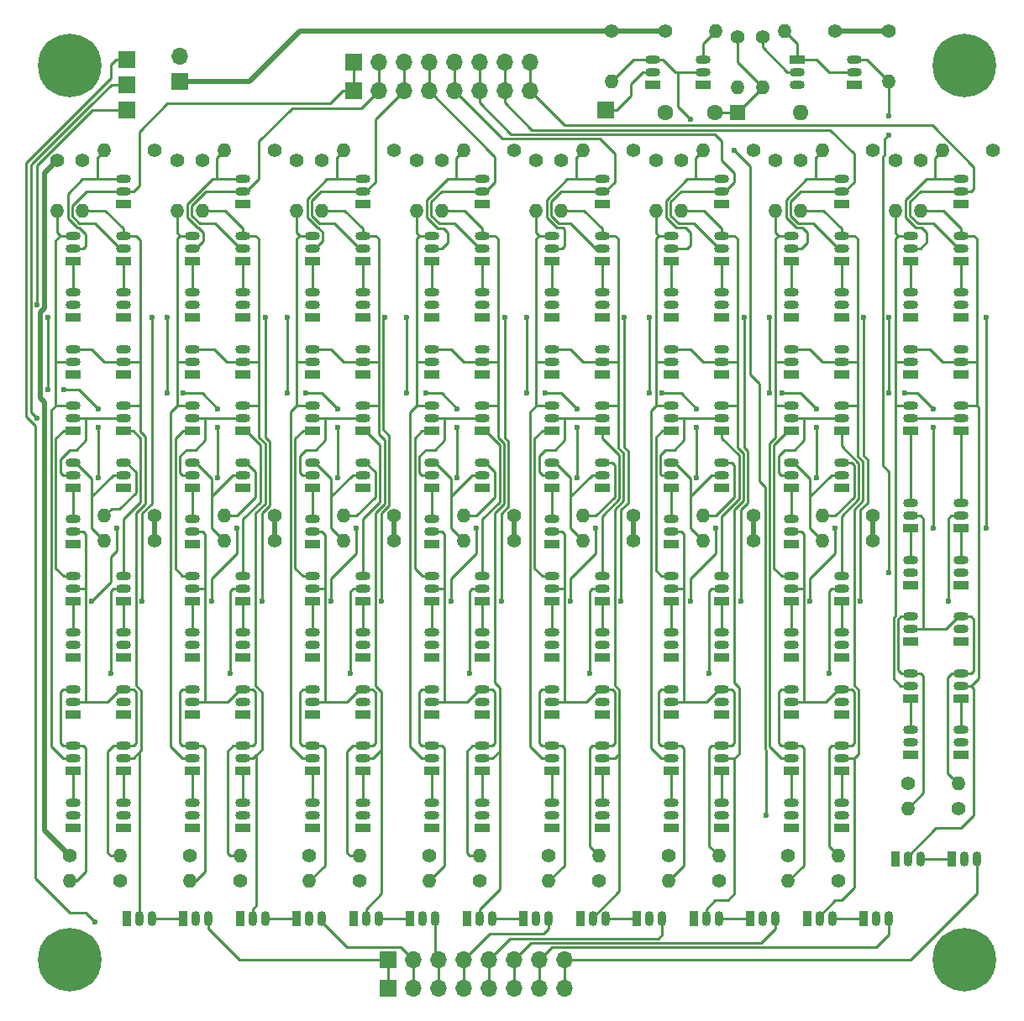
<source format=gbr>
G04 #@! TF.FileFunction,Copper,L1,Top,Signal*
%FSLAX46Y46*%
G04 Gerber Fmt 4.6, Leading zero omitted, Abs format (unit mm)*
G04 Created by KiCad (PCBNEW 4.0.7-e2-6376~61~ubuntu18.04.1) date Sun Jul 14 07:48:48 2019*
%MOMM*%
%LPD*%
G01*
G04 APERTURE LIST*
%ADD10C,0.100000*%
%ADD11C,6.400000*%
%ADD12C,1.600000*%
%ADD13R,1.600000X1.600000*%
%ADD14O,1.600000X1.600000*%
%ADD15R,1.700000X1.700000*%
%ADD16O,1.700000X1.700000*%
%ADD17O,1.500000X0.900000*%
%ADD18R,1.500000X0.900000*%
%ADD19O,0.900000X1.500000*%
%ADD20R,0.900000X1.500000*%
%ADD21C,1.400000*%
%ADD22O,1.400000X1.400000*%
%ADD23C,0.600000*%
%ADD24C,0.250000*%
%ADD25C,0.500000*%
G04 APERTURE END LIST*
D10*
D11*
X46355000Y-110490000D03*
X136525000Y-110490000D03*
X136525000Y-20320000D03*
D12*
X106362500Y-25082500D03*
X111362500Y-25082500D03*
D13*
X113665000Y-25082500D03*
D14*
X120015000Y-25082500D03*
D15*
X57467500Y-21907500D03*
D16*
X57467500Y-19367500D03*
D15*
X74930000Y-22860000D03*
D16*
X77470000Y-22860000D03*
X80010000Y-22860000D03*
X82550000Y-22860000D03*
X85090000Y-22860000D03*
X87630000Y-22860000D03*
X90170000Y-22860000D03*
X92710000Y-22860000D03*
D15*
X74930000Y-20002500D03*
D16*
X77470000Y-20002500D03*
X80010000Y-20002500D03*
X82550000Y-20002500D03*
X85090000Y-20002500D03*
X87630000Y-20002500D03*
X90170000Y-20002500D03*
X92710000Y-20002500D03*
D15*
X100330000Y-24765000D03*
X52070000Y-24765000D03*
X52070000Y-22225000D03*
X52070000Y-19685000D03*
X78422500Y-110490000D03*
D16*
X80962500Y-110490000D03*
X83502500Y-110490000D03*
X86042500Y-110490000D03*
X88582500Y-110490000D03*
X91122500Y-110490000D03*
X93662500Y-110490000D03*
X96202500Y-110490000D03*
D15*
X78422500Y-113347500D03*
D16*
X80962500Y-113347500D03*
X83502500Y-113347500D03*
X86042500Y-113347500D03*
X88582500Y-113347500D03*
X91122500Y-113347500D03*
X93662500Y-113347500D03*
X96202500Y-113347500D03*
D17*
X105092500Y-20955000D03*
X105092500Y-19685000D03*
D18*
X105092500Y-22225000D03*
D17*
X110172500Y-20955000D03*
X110172500Y-19685000D03*
D18*
X110172500Y-22225000D03*
D17*
X119697500Y-20955000D03*
X119697500Y-22225000D03*
D18*
X119697500Y-19685000D03*
D17*
X125412500Y-20955000D03*
X125412500Y-19685000D03*
D18*
X125412500Y-22225000D03*
D19*
X53340000Y-106362500D03*
X54610000Y-106362500D03*
D20*
X52070000Y-106362500D03*
D19*
X64770000Y-106362500D03*
X66040000Y-106362500D03*
D20*
X63500000Y-106362500D03*
D19*
X76200000Y-106362500D03*
X77470000Y-106362500D03*
D20*
X74930000Y-106362500D03*
D19*
X87630000Y-106362500D03*
X88900000Y-106362500D03*
D20*
X86360000Y-106362500D03*
D19*
X99060000Y-106362500D03*
X100330000Y-106362500D03*
D20*
X97790000Y-106362500D03*
D19*
X110490000Y-106362500D03*
X111760000Y-106362500D03*
D20*
X109220000Y-106362500D03*
D19*
X121920000Y-106362500D03*
X123190000Y-106362500D03*
D20*
X120650000Y-106362500D03*
D19*
X130810000Y-100330000D03*
X132080000Y-100330000D03*
D20*
X129540000Y-100330000D03*
D19*
X59055000Y-106362500D03*
X60325000Y-106362500D03*
D20*
X57785000Y-106362500D03*
D19*
X70485000Y-106362500D03*
X71755000Y-106362500D03*
D20*
X69215000Y-106362500D03*
D19*
X81915000Y-106362500D03*
X83185000Y-106362500D03*
D20*
X80645000Y-106362500D03*
D19*
X93345000Y-106362500D03*
X94615000Y-106362500D03*
D20*
X92075000Y-106362500D03*
D19*
X104775000Y-106362500D03*
X106045000Y-106362500D03*
D20*
X103505000Y-106362500D03*
D19*
X116205000Y-106362500D03*
X117475000Y-106362500D03*
D20*
X114935000Y-106362500D03*
D19*
X127635000Y-106362500D03*
X128905000Y-106362500D03*
D20*
X126365000Y-106362500D03*
D19*
X136525000Y-100330000D03*
X137795000Y-100330000D03*
D20*
X135255000Y-100330000D03*
D17*
X51752500Y-38735000D03*
X51752500Y-37465000D03*
D18*
X51752500Y-40005000D03*
D17*
X51752500Y-55880000D03*
X51752500Y-54610000D03*
D18*
X51752500Y-57150000D03*
D17*
X46672500Y-50165000D03*
X46672500Y-48895000D03*
D18*
X46672500Y-51435000D03*
D17*
X51752500Y-50165000D03*
X51752500Y-48895000D03*
D18*
X51752500Y-51435000D03*
D17*
X46672500Y-55880000D03*
X46672500Y-54610000D03*
D18*
X46672500Y-57150000D03*
D17*
X46672500Y-38735000D03*
X46672500Y-37465000D03*
D18*
X46672500Y-40005000D03*
D17*
X51752500Y-44450000D03*
X51752500Y-43180000D03*
D18*
X51752500Y-45720000D03*
D17*
X51752500Y-73025000D03*
X51752500Y-71755000D03*
D18*
X51752500Y-74295000D03*
D17*
X46672500Y-73025000D03*
X46672500Y-71755000D03*
D18*
X46672500Y-74295000D03*
D17*
X46672500Y-44450000D03*
X46672500Y-43180000D03*
D18*
X46672500Y-45720000D03*
D17*
X51752500Y-78740000D03*
X51752500Y-77470000D03*
D18*
X51752500Y-80010000D03*
D17*
X46672500Y-78740000D03*
X46672500Y-77470000D03*
D18*
X46672500Y-80010000D03*
D17*
X51752500Y-33020000D03*
X51752500Y-31750000D03*
D18*
X51752500Y-34290000D03*
D17*
X46672500Y-90170000D03*
X46672500Y-88900000D03*
D18*
X46672500Y-91440000D03*
D17*
X46672500Y-84455000D03*
X46672500Y-83185000D03*
D18*
X46672500Y-85725000D03*
D17*
X51752500Y-84455000D03*
X51752500Y-83185000D03*
D18*
X51752500Y-85725000D03*
D17*
X51752500Y-90170000D03*
X51752500Y-88900000D03*
D18*
X51752500Y-91440000D03*
D17*
X46672500Y-95885000D03*
X46672500Y-94615000D03*
D18*
X46672500Y-97155000D03*
D17*
X51752500Y-95885000D03*
X51752500Y-94615000D03*
D18*
X51752500Y-97155000D03*
D17*
X63817500Y-38735000D03*
X63817500Y-37465000D03*
D18*
X63817500Y-40005000D03*
D17*
X63817500Y-55880000D03*
X63817500Y-54610000D03*
D18*
X63817500Y-57150000D03*
D17*
X58737500Y-50165000D03*
X58737500Y-48895000D03*
D18*
X58737500Y-51435000D03*
D17*
X63817500Y-50165000D03*
X63817500Y-48895000D03*
D18*
X63817500Y-51435000D03*
D17*
X58737500Y-55880000D03*
X58737500Y-54610000D03*
D18*
X58737500Y-57150000D03*
D17*
X58737500Y-38735000D03*
X58737500Y-37465000D03*
D18*
X58737500Y-40005000D03*
D17*
X63817500Y-44450000D03*
X63817500Y-43180000D03*
D18*
X63817500Y-45720000D03*
D17*
X63817500Y-73025000D03*
X63817500Y-71755000D03*
D18*
X63817500Y-74295000D03*
D17*
X58737500Y-73025000D03*
X58737500Y-71755000D03*
D18*
X58737500Y-74295000D03*
D17*
X58737500Y-44450000D03*
X58737500Y-43180000D03*
D18*
X58737500Y-45720000D03*
D17*
X63817500Y-78740000D03*
X63817500Y-77470000D03*
D18*
X63817500Y-80010000D03*
D17*
X58737500Y-78740000D03*
X58737500Y-77470000D03*
D18*
X58737500Y-80010000D03*
D17*
X63817500Y-33020000D03*
X63817500Y-31750000D03*
D18*
X63817500Y-34290000D03*
D17*
X58737500Y-90170000D03*
X58737500Y-88900000D03*
D18*
X58737500Y-91440000D03*
D17*
X58737500Y-84455000D03*
X58737500Y-83185000D03*
D18*
X58737500Y-85725000D03*
D17*
X63817500Y-84455000D03*
X63817500Y-83185000D03*
D18*
X63817500Y-85725000D03*
D17*
X63817500Y-90170000D03*
X63817500Y-88900000D03*
D18*
X63817500Y-91440000D03*
D17*
X58737500Y-95885000D03*
X58737500Y-94615000D03*
D18*
X58737500Y-97155000D03*
D17*
X63817500Y-95885000D03*
X63817500Y-94615000D03*
D18*
X63817500Y-97155000D03*
D17*
X75882500Y-38735000D03*
X75882500Y-37465000D03*
D18*
X75882500Y-40005000D03*
D17*
X75882500Y-55880000D03*
X75882500Y-54610000D03*
D18*
X75882500Y-57150000D03*
D17*
X70802500Y-50165000D03*
X70802500Y-48895000D03*
D18*
X70802500Y-51435000D03*
D17*
X75882500Y-50165000D03*
X75882500Y-48895000D03*
D18*
X75882500Y-51435000D03*
D17*
X70802500Y-55880000D03*
X70802500Y-54610000D03*
D18*
X70802500Y-57150000D03*
D17*
X70802500Y-38735000D03*
X70802500Y-37465000D03*
D18*
X70802500Y-40005000D03*
D17*
X75882500Y-44450000D03*
X75882500Y-43180000D03*
D18*
X75882500Y-45720000D03*
D17*
X75882500Y-73025000D03*
X75882500Y-71755000D03*
D18*
X75882500Y-74295000D03*
D17*
X70802500Y-73025000D03*
X70802500Y-71755000D03*
D18*
X70802500Y-74295000D03*
D17*
X70802500Y-44450000D03*
X70802500Y-43180000D03*
D18*
X70802500Y-45720000D03*
D17*
X75882500Y-78740000D03*
X75882500Y-77470000D03*
D18*
X75882500Y-80010000D03*
D17*
X70802500Y-78740000D03*
X70802500Y-77470000D03*
D18*
X70802500Y-80010000D03*
D17*
X75882500Y-33020000D03*
X75882500Y-31750000D03*
D18*
X75882500Y-34290000D03*
D17*
X70802500Y-90170000D03*
X70802500Y-88900000D03*
D18*
X70802500Y-91440000D03*
D17*
X70802500Y-84455000D03*
X70802500Y-83185000D03*
D18*
X70802500Y-85725000D03*
D17*
X75882500Y-84455000D03*
X75882500Y-83185000D03*
D18*
X75882500Y-85725000D03*
D17*
X75882500Y-90170000D03*
X75882500Y-88900000D03*
D18*
X75882500Y-91440000D03*
D17*
X70802500Y-95885000D03*
X70802500Y-94615000D03*
D18*
X70802500Y-97155000D03*
D17*
X75882500Y-95885000D03*
X75882500Y-94615000D03*
D18*
X75882500Y-97155000D03*
D17*
X87947500Y-38735000D03*
X87947500Y-37465000D03*
D18*
X87947500Y-40005000D03*
D17*
X87947500Y-55880000D03*
X87947500Y-54610000D03*
D18*
X87947500Y-57150000D03*
D17*
X82867500Y-50165000D03*
X82867500Y-48895000D03*
D18*
X82867500Y-51435000D03*
D17*
X87947500Y-50165000D03*
X87947500Y-48895000D03*
D18*
X87947500Y-51435000D03*
D17*
X82867500Y-55880000D03*
X82867500Y-54610000D03*
D18*
X82867500Y-57150000D03*
D17*
X82867500Y-38735000D03*
X82867500Y-37465000D03*
D18*
X82867500Y-40005000D03*
D17*
X87947500Y-44450000D03*
X87947500Y-43180000D03*
D18*
X87947500Y-45720000D03*
D17*
X87947500Y-73025000D03*
X87947500Y-71755000D03*
D18*
X87947500Y-74295000D03*
D17*
X82867500Y-73025000D03*
X82867500Y-71755000D03*
D18*
X82867500Y-74295000D03*
D17*
X82867500Y-44450000D03*
X82867500Y-43180000D03*
D18*
X82867500Y-45720000D03*
D17*
X87947500Y-78740000D03*
X87947500Y-77470000D03*
D18*
X87947500Y-80010000D03*
D17*
X82867500Y-78740000D03*
X82867500Y-77470000D03*
D18*
X82867500Y-80010000D03*
D17*
X87947500Y-33020000D03*
X87947500Y-31750000D03*
D18*
X87947500Y-34290000D03*
D17*
X82867500Y-90170000D03*
X82867500Y-88900000D03*
D18*
X82867500Y-91440000D03*
D17*
X82867500Y-84455000D03*
X82867500Y-83185000D03*
D18*
X82867500Y-85725000D03*
D17*
X87947500Y-90170000D03*
X87947500Y-88900000D03*
D18*
X87947500Y-91440000D03*
D17*
X82867500Y-95885000D03*
X82867500Y-94615000D03*
D18*
X82867500Y-97155000D03*
D17*
X87947500Y-95885000D03*
X87947500Y-94615000D03*
D18*
X87947500Y-97155000D03*
D17*
X100012500Y-38735000D03*
X100012500Y-37465000D03*
D18*
X100012500Y-40005000D03*
D17*
X100012500Y-55880000D03*
X100012500Y-54610000D03*
D18*
X100012500Y-57150000D03*
D17*
X94932500Y-50165000D03*
X94932500Y-48895000D03*
D18*
X94932500Y-51435000D03*
D17*
X100012500Y-50165000D03*
X100012500Y-48895000D03*
D18*
X100012500Y-51435000D03*
D17*
X94932500Y-55880000D03*
X94932500Y-54610000D03*
D18*
X94932500Y-57150000D03*
D17*
X94932500Y-38735000D03*
X94932500Y-37465000D03*
D18*
X94932500Y-40005000D03*
D17*
X100012500Y-44450000D03*
X100012500Y-43180000D03*
D18*
X100012500Y-45720000D03*
D17*
X100012500Y-73025000D03*
X100012500Y-71755000D03*
D18*
X100012500Y-74295000D03*
D17*
X94932500Y-73025000D03*
X94932500Y-71755000D03*
D18*
X94932500Y-74295000D03*
D17*
X94932500Y-44450000D03*
X94932500Y-43180000D03*
D18*
X94932500Y-45720000D03*
D17*
X100012500Y-78740000D03*
X100012500Y-77470000D03*
D18*
X100012500Y-80010000D03*
D17*
X94932500Y-78740000D03*
X94932500Y-77470000D03*
D18*
X94932500Y-80010000D03*
D17*
X100012500Y-33020000D03*
X100012500Y-31750000D03*
D18*
X100012500Y-34290000D03*
D17*
X94932500Y-90170000D03*
X94932500Y-88900000D03*
D18*
X94932500Y-91440000D03*
D17*
X94932500Y-84455000D03*
X94932500Y-83185000D03*
D18*
X94932500Y-85725000D03*
D17*
X100012500Y-84455000D03*
X100012500Y-83185000D03*
D18*
X100012500Y-85725000D03*
D17*
X100012500Y-90170000D03*
X100012500Y-88900000D03*
D18*
X100012500Y-91440000D03*
D17*
X94932500Y-95885000D03*
X94932500Y-94615000D03*
D18*
X94932500Y-97155000D03*
D17*
X100012500Y-95885000D03*
X100012500Y-94615000D03*
D18*
X100012500Y-97155000D03*
D17*
X112077500Y-38735000D03*
X112077500Y-37465000D03*
D18*
X112077500Y-40005000D03*
D17*
X112077500Y-55880000D03*
X112077500Y-54610000D03*
D18*
X112077500Y-57150000D03*
D17*
X106997500Y-50165000D03*
X106997500Y-48895000D03*
D18*
X106997500Y-51435000D03*
D17*
X112077500Y-50165000D03*
X112077500Y-48895000D03*
D18*
X112077500Y-51435000D03*
D17*
X106997500Y-55880000D03*
X106997500Y-54610000D03*
D18*
X106997500Y-57150000D03*
D17*
X106997500Y-38735000D03*
X106997500Y-37465000D03*
D18*
X106997500Y-40005000D03*
D17*
X112077500Y-44450000D03*
X112077500Y-43180000D03*
D18*
X112077500Y-45720000D03*
D17*
X112077500Y-73025000D03*
X112077500Y-71755000D03*
D18*
X112077500Y-74295000D03*
D17*
X106997500Y-73025000D03*
X106997500Y-71755000D03*
D18*
X106997500Y-74295000D03*
D17*
X106997500Y-44450000D03*
X106997500Y-43180000D03*
D18*
X106997500Y-45720000D03*
D17*
X112077500Y-78740000D03*
X112077500Y-77470000D03*
D18*
X112077500Y-80010000D03*
D17*
X106997500Y-78740000D03*
X106997500Y-77470000D03*
D18*
X106997500Y-80010000D03*
D17*
X112077500Y-33020000D03*
X112077500Y-31750000D03*
D18*
X112077500Y-34290000D03*
D17*
X106997500Y-90170000D03*
X106997500Y-88900000D03*
D18*
X106997500Y-91440000D03*
D17*
X106997500Y-84455000D03*
X106997500Y-83185000D03*
D18*
X106997500Y-85725000D03*
D17*
X112077500Y-84455000D03*
X112077500Y-83185000D03*
D18*
X112077500Y-85725000D03*
D17*
X112077500Y-90170000D03*
X112077500Y-88900000D03*
D18*
X112077500Y-91440000D03*
D17*
X106997500Y-95885000D03*
X106997500Y-94615000D03*
D18*
X106997500Y-97155000D03*
D17*
X112077500Y-95885000D03*
X112077500Y-94615000D03*
D18*
X112077500Y-97155000D03*
D17*
X124142500Y-38735000D03*
X124142500Y-37465000D03*
D18*
X124142500Y-40005000D03*
D17*
X124142500Y-55880000D03*
X124142500Y-54610000D03*
D18*
X124142500Y-57150000D03*
D17*
X119062500Y-50165000D03*
X119062500Y-48895000D03*
D18*
X119062500Y-51435000D03*
D17*
X124142500Y-50165000D03*
X124142500Y-48895000D03*
D18*
X124142500Y-51435000D03*
D17*
X119062500Y-55880000D03*
X119062500Y-54610000D03*
D18*
X119062500Y-57150000D03*
D17*
X119062500Y-38735000D03*
X119062500Y-37465000D03*
D18*
X119062500Y-40005000D03*
D17*
X124142500Y-44450000D03*
X124142500Y-43180000D03*
D18*
X124142500Y-45720000D03*
D17*
X124142500Y-73025000D03*
X124142500Y-71755000D03*
D18*
X124142500Y-74295000D03*
D17*
X119062500Y-73025000D03*
X119062500Y-71755000D03*
D18*
X119062500Y-74295000D03*
D17*
X119062500Y-44450000D03*
X119062500Y-43180000D03*
D18*
X119062500Y-45720000D03*
D17*
X124142500Y-78740000D03*
X124142500Y-77470000D03*
D18*
X124142500Y-80010000D03*
D17*
X119062500Y-78740000D03*
X119062500Y-77470000D03*
D18*
X119062500Y-80010000D03*
D17*
X124142500Y-33020000D03*
X124142500Y-31750000D03*
D18*
X124142500Y-34290000D03*
D17*
X119062500Y-90170000D03*
X119062500Y-88900000D03*
D18*
X119062500Y-91440000D03*
D17*
X119062500Y-84455000D03*
X119062500Y-83185000D03*
D18*
X119062500Y-85725000D03*
D17*
X124142500Y-84455000D03*
X124142500Y-83185000D03*
D18*
X124142500Y-85725000D03*
D17*
X124142500Y-90170000D03*
X124142500Y-88900000D03*
D18*
X124142500Y-91440000D03*
D17*
X119062500Y-95885000D03*
X119062500Y-94615000D03*
D18*
X119062500Y-97155000D03*
D17*
X124142500Y-95885000D03*
X124142500Y-94615000D03*
D18*
X124142500Y-97155000D03*
D17*
X136207500Y-38735000D03*
X136207500Y-37465000D03*
D18*
X136207500Y-40005000D03*
D17*
X136207500Y-55880000D03*
X136207500Y-54610000D03*
D18*
X136207500Y-57150000D03*
D17*
X131127500Y-50165000D03*
X131127500Y-48895000D03*
D18*
X131127500Y-51435000D03*
D17*
X136207500Y-50165000D03*
X136207500Y-48895000D03*
D18*
X136207500Y-51435000D03*
D17*
X131127500Y-55880000D03*
X131127500Y-54610000D03*
D18*
X131127500Y-57150000D03*
D17*
X131127500Y-38735000D03*
X131127500Y-37465000D03*
D18*
X131127500Y-40005000D03*
D17*
X136207500Y-44450000D03*
X136207500Y-43180000D03*
D18*
X136207500Y-45720000D03*
D17*
X136207500Y-65722500D03*
X136207500Y-64452500D03*
D18*
X136207500Y-66992500D03*
D17*
X131127500Y-65722500D03*
X131127500Y-64452500D03*
D18*
X131127500Y-66992500D03*
D17*
X131127500Y-44450000D03*
X131127500Y-43180000D03*
D18*
X131127500Y-45720000D03*
D17*
X136207500Y-71437500D03*
X136207500Y-70167500D03*
D18*
X136207500Y-72707500D03*
D17*
X131127500Y-71437500D03*
X131127500Y-70167500D03*
D18*
X131127500Y-72707500D03*
D17*
X136207500Y-33020000D03*
X136207500Y-31750000D03*
D18*
X136207500Y-34290000D03*
D17*
X131127500Y-82867500D03*
X131127500Y-81597500D03*
D18*
X131127500Y-84137500D03*
D17*
X131127500Y-77152500D03*
X131127500Y-75882500D03*
D18*
X131127500Y-78422500D03*
D17*
X136207500Y-77152500D03*
X136207500Y-75882500D03*
D18*
X136207500Y-78422500D03*
D17*
X136207500Y-82867500D03*
X136207500Y-81597500D03*
D18*
X136207500Y-84137500D03*
D17*
X131127500Y-88582500D03*
X131127500Y-87312500D03*
D18*
X131127500Y-89852500D03*
D17*
X136207500Y-88582500D03*
X136207500Y-87312500D03*
D18*
X136207500Y-89852500D03*
D17*
X46672500Y-61595000D03*
X46672500Y-60325000D03*
D18*
X46672500Y-62865000D03*
D17*
X51752500Y-61595000D03*
X51752500Y-60325000D03*
D18*
X51752500Y-62865000D03*
D17*
X46672500Y-67310000D03*
X46672500Y-66040000D03*
D18*
X46672500Y-68580000D03*
D17*
X58737500Y-61595000D03*
X58737500Y-60325000D03*
D18*
X58737500Y-62865000D03*
D17*
X63817500Y-61595000D03*
X63817500Y-60325000D03*
D18*
X63817500Y-62865000D03*
D17*
X58737500Y-67310000D03*
X58737500Y-66040000D03*
D18*
X58737500Y-68580000D03*
D17*
X70802500Y-61595000D03*
X70802500Y-60325000D03*
D18*
X70802500Y-62865000D03*
D17*
X75882500Y-61595000D03*
X75882500Y-60325000D03*
D18*
X75882500Y-62865000D03*
D17*
X70802500Y-67310000D03*
X70802500Y-66040000D03*
D18*
X70802500Y-68580000D03*
D17*
X82867500Y-61595000D03*
X82867500Y-60325000D03*
D18*
X82867500Y-62865000D03*
D17*
X87947500Y-61595000D03*
X87947500Y-60325000D03*
D18*
X87947500Y-62865000D03*
D17*
X82867500Y-67310000D03*
X82867500Y-66040000D03*
D18*
X82867500Y-68580000D03*
D17*
X94932500Y-61595000D03*
X94932500Y-60325000D03*
D18*
X94932500Y-62865000D03*
D17*
X100012500Y-61595000D03*
X100012500Y-60325000D03*
D18*
X100012500Y-62865000D03*
D17*
X94932500Y-67310000D03*
X94932500Y-66040000D03*
D18*
X94932500Y-68580000D03*
D17*
X106997500Y-61595000D03*
X106997500Y-60325000D03*
D18*
X106997500Y-62865000D03*
D17*
X112077500Y-61595000D03*
X112077500Y-60325000D03*
D18*
X112077500Y-62865000D03*
D17*
X106997500Y-67310000D03*
X106997500Y-66040000D03*
D18*
X106997500Y-68580000D03*
D17*
X119062500Y-61595000D03*
X119062500Y-60325000D03*
D18*
X119062500Y-62865000D03*
D17*
X124142500Y-61595000D03*
X124142500Y-60325000D03*
D18*
X124142500Y-62865000D03*
D17*
X119062500Y-67310000D03*
X119062500Y-66040000D03*
D18*
X119062500Y-68580000D03*
D21*
X100965000Y-16827500D03*
D22*
X100965000Y-21907500D03*
D21*
X106362500Y-16827500D03*
D22*
X111442500Y-16827500D03*
D21*
X123507500Y-16827500D03*
D22*
X118427500Y-16827500D03*
D21*
X128905000Y-16827500D03*
D22*
X128905000Y-21907500D03*
D21*
X116205000Y-17462500D03*
D22*
X116205000Y-22542500D03*
D21*
X113665000Y-17462500D03*
D22*
X113665000Y-22542500D03*
D21*
X47625000Y-29845000D03*
D22*
X47625000Y-34925000D03*
D21*
X45085000Y-29845000D03*
D22*
X45085000Y-34925000D03*
D21*
X54927500Y-28892500D03*
D22*
X49847500Y-28892500D03*
D21*
X51435000Y-102552500D03*
D22*
X46355000Y-102552500D03*
D21*
X46355000Y-100012500D03*
D22*
X51435000Y-100012500D03*
D21*
X59690000Y-29845000D03*
D22*
X59690000Y-34925000D03*
D21*
X57150000Y-29845000D03*
D22*
X57150000Y-34925000D03*
D21*
X66992500Y-28892500D03*
D22*
X61912500Y-28892500D03*
D21*
X63500000Y-102552500D03*
D22*
X58420000Y-102552500D03*
D21*
X58420000Y-100012500D03*
D22*
X63500000Y-100012500D03*
D21*
X71755000Y-29845000D03*
D22*
X71755000Y-34925000D03*
D21*
X69215000Y-29845000D03*
D22*
X69215000Y-34925000D03*
D21*
X79057500Y-28892500D03*
D22*
X73977500Y-28892500D03*
D21*
X75565000Y-102552500D03*
D22*
X70485000Y-102552500D03*
D21*
X70485000Y-100012500D03*
D22*
X75565000Y-100012500D03*
D21*
X83820000Y-29845000D03*
D22*
X83820000Y-34925000D03*
D21*
X81280000Y-29845000D03*
D22*
X81280000Y-34925000D03*
D21*
X91122500Y-28892500D03*
D22*
X86042500Y-28892500D03*
D21*
X87630000Y-102552500D03*
D22*
X82550000Y-102552500D03*
D21*
X82550000Y-100012500D03*
D22*
X87630000Y-100012500D03*
D21*
X95885000Y-29845000D03*
D22*
X95885000Y-34925000D03*
D21*
X93345000Y-29845000D03*
D22*
X93345000Y-34925000D03*
D21*
X103187500Y-28892500D03*
D22*
X98107500Y-28892500D03*
D21*
X99695000Y-102552500D03*
D22*
X94615000Y-102552500D03*
D21*
X94615000Y-100012500D03*
D22*
X99695000Y-100012500D03*
D21*
X107950000Y-29845000D03*
D22*
X107950000Y-34925000D03*
D21*
X105410000Y-29845000D03*
D22*
X105410000Y-34925000D03*
D21*
X115252500Y-28892500D03*
D22*
X110172500Y-28892500D03*
D21*
X111760000Y-102552500D03*
D22*
X106680000Y-102552500D03*
D21*
X106680000Y-100012500D03*
D22*
X111760000Y-100012500D03*
D21*
X120015000Y-29845000D03*
D22*
X120015000Y-34925000D03*
D21*
X117475000Y-29845000D03*
D22*
X117475000Y-34925000D03*
D21*
X127317500Y-28892500D03*
D22*
X122237500Y-28892500D03*
D21*
X123825000Y-102552500D03*
D22*
X118745000Y-102552500D03*
D21*
X118745000Y-100012500D03*
D22*
X123825000Y-100012500D03*
D21*
X132080000Y-29845000D03*
D22*
X132080000Y-34925000D03*
D21*
X129540000Y-29845000D03*
D22*
X129540000Y-34925000D03*
D21*
X139382500Y-28892500D03*
D22*
X134302500Y-28892500D03*
D21*
X135890000Y-95250000D03*
D22*
X130810000Y-95250000D03*
D21*
X130810000Y-92710000D03*
D22*
X135890000Y-92710000D03*
D21*
X54927500Y-68262500D03*
D22*
X49847500Y-68262500D03*
D21*
X54927500Y-65722500D03*
D22*
X49847500Y-65722500D03*
D21*
X66992500Y-68262500D03*
D22*
X61912500Y-68262500D03*
D21*
X66992500Y-65722500D03*
D22*
X61912500Y-65722500D03*
D21*
X79057500Y-68262500D03*
D22*
X73977500Y-68262500D03*
D21*
X79057500Y-65722500D03*
D22*
X73977500Y-65722500D03*
D21*
X91122500Y-68262500D03*
D22*
X86042500Y-68262500D03*
D21*
X91122500Y-65722500D03*
D22*
X86042500Y-65722500D03*
D21*
X103187500Y-68262500D03*
D22*
X98107500Y-68262500D03*
D21*
X103187500Y-65722500D03*
D22*
X98107500Y-65722500D03*
D21*
X115252500Y-68262500D03*
D22*
X110172500Y-68262500D03*
D21*
X115252500Y-65722500D03*
D22*
X110172500Y-65722500D03*
D21*
X127317500Y-68262500D03*
D22*
X122237500Y-68262500D03*
D21*
X127317500Y-65722500D03*
D22*
X122237500Y-65722500D03*
D11*
X46355000Y-20320000D03*
D17*
X87947500Y-84455000D03*
X87947500Y-83185000D03*
D18*
X87947500Y-85725000D03*
D23*
X43815000Y-70167500D03*
X43065000Y-44395919D03*
X43065000Y-55880000D03*
X48895000Y-106680000D03*
X116522500Y-95885000D03*
X113347500Y-28892500D03*
X108902500Y-25717500D03*
X128905000Y-71437500D03*
X128905000Y-27305000D03*
X128905000Y-25400000D03*
X54610000Y-45720000D03*
X53657500Y-74295000D03*
X50482500Y-81597500D03*
X44132500Y-45720000D03*
X44132500Y-53022500D03*
X45720000Y-53022500D03*
X49212500Y-54927500D03*
X49212500Y-56832500D03*
X49212500Y-61912500D03*
X51117500Y-66992500D03*
X48577500Y-74295000D03*
X66040000Y-45720000D03*
X65722500Y-74295000D03*
X62547500Y-81597500D03*
X56197500Y-45720000D03*
X56197500Y-53340000D03*
X57785000Y-53340000D03*
X61277500Y-54927500D03*
X61277500Y-56832500D03*
X61277500Y-61912500D03*
X63182500Y-66992500D03*
X60642500Y-74295000D03*
X78105000Y-45720000D03*
X77787500Y-74295000D03*
X74612500Y-81597500D03*
X68262500Y-45720000D03*
X68262500Y-53340000D03*
X70167500Y-53340000D03*
X73342500Y-54927500D03*
X73342500Y-56832500D03*
X73342500Y-61912500D03*
X75247500Y-66992500D03*
X72707500Y-74295000D03*
X89852500Y-74295000D03*
X90170000Y-45720000D03*
X86677500Y-81597500D03*
X80327500Y-45720000D03*
X80327500Y-53340000D03*
X82232500Y-53340000D03*
X85407500Y-54927500D03*
X85407500Y-56832500D03*
X85407500Y-61912500D03*
X87312500Y-66992500D03*
X84772500Y-74295000D03*
X101917500Y-74295000D03*
X102235000Y-45720000D03*
X98742500Y-81597500D03*
X92392500Y-45720000D03*
X92392500Y-53340000D03*
X94297500Y-53340000D03*
X97472500Y-54927500D03*
X97472500Y-56832500D03*
X97472500Y-61912500D03*
X99377500Y-66992500D03*
X96837500Y-74295000D03*
X113982500Y-74295000D03*
X114300000Y-45720000D03*
X110807500Y-81597500D03*
X104775000Y-45720000D03*
X104775000Y-53340000D03*
X106045000Y-53340000D03*
X109537500Y-54927500D03*
X109537500Y-56832500D03*
X109537500Y-61912500D03*
X111442500Y-66992500D03*
X108902500Y-74295000D03*
X126365000Y-45720000D03*
X126047500Y-74295000D03*
X122872500Y-81597500D03*
X116840000Y-45720000D03*
X116840000Y-53340000D03*
X118110000Y-53340000D03*
X121602500Y-54927500D03*
X121602500Y-56832500D03*
X121602500Y-61912500D03*
X123507500Y-66992500D03*
X120967500Y-74295000D03*
X138747500Y-45720000D03*
X138747500Y-66992500D03*
X134937500Y-74295000D03*
X128905000Y-45720000D03*
X128905000Y-53340000D03*
X130492500Y-53340000D03*
X133350000Y-54927500D03*
X133350000Y-56832500D03*
X133350000Y-66992500D03*
D24*
X111442500Y-16827500D02*
X110172500Y-18097500D01*
X110172500Y-18097500D02*
X110172500Y-19685000D01*
X113665000Y-25082500D02*
X111362500Y-25082500D01*
X116205000Y-22542500D02*
X113665000Y-25082500D01*
X113665000Y-17462500D02*
X113665000Y-20002500D01*
X113665000Y-20002500D02*
X116205000Y-22542500D01*
D25*
X123507500Y-16827500D02*
X128905000Y-16827500D01*
X100965000Y-16827500D02*
X106362500Y-16827500D01*
X64452500Y-21907500D02*
X69532500Y-16827500D01*
X69532500Y-16827500D02*
X100965000Y-16827500D01*
X57467500Y-21907500D02*
X64452500Y-21907500D01*
X103187500Y-65722500D02*
X103187500Y-68262500D01*
X115252500Y-65722500D02*
X115252500Y-68262500D01*
X127317500Y-65722500D02*
X127317500Y-68262500D01*
X66992500Y-65722500D02*
X66992500Y-68262500D01*
X91122500Y-65722500D02*
X91122500Y-68262500D01*
X79057500Y-65722500D02*
X79057500Y-68262500D01*
X43815000Y-44767500D02*
X43815000Y-31115000D01*
X43815000Y-31115000D02*
X45085000Y-29845000D01*
X43382499Y-45200001D02*
X43815000Y-44767500D01*
X43815000Y-54292500D02*
X43382499Y-53859999D01*
X43382499Y-53859999D02*
X43382499Y-45200001D01*
X43815000Y-70167500D02*
X43815000Y-54292500D01*
X43815000Y-70167500D02*
X43815000Y-97472500D01*
X43815000Y-97472500D02*
X46355000Y-100012500D01*
X54927500Y-65722500D02*
X54927500Y-68262500D01*
D24*
X51752500Y-33020000D02*
X52752500Y-33020000D01*
X52752500Y-33020000D02*
X53340000Y-32432500D01*
X53340000Y-32432500D02*
X53340000Y-26987500D01*
X53340000Y-26987500D02*
X56197500Y-24130000D01*
X73830000Y-22860000D02*
X74930000Y-22860000D01*
X56197500Y-24130000D02*
X72560000Y-24130000D01*
X72560000Y-24130000D02*
X73830000Y-22860000D01*
X74930000Y-20002500D02*
X74930000Y-21102500D01*
X74930000Y-21102500D02*
X74930000Y-22860000D01*
X51752500Y-33020000D02*
X48012998Y-33020000D01*
X48012998Y-33020000D02*
X46599999Y-34432999D01*
X46599999Y-34432999D02*
X46599999Y-35487499D01*
X46599999Y-35487499D02*
X47307500Y-36195000D01*
X47307500Y-36195000D02*
X48912500Y-36195000D01*
X51452500Y-38735000D02*
X51752500Y-38735000D01*
X48912500Y-36195000D02*
X51452500Y-38735000D01*
X65405000Y-27940000D02*
X65405000Y-31732500D01*
X65405000Y-31732500D02*
X64117500Y-33020000D01*
X64117500Y-33020000D02*
X63817500Y-33020000D01*
X68764990Y-24580010D02*
X65405000Y-27940000D01*
X77470000Y-22860000D02*
X75749990Y-24580010D01*
X75749990Y-24580010D02*
X68764990Y-24580010D01*
X77470000Y-20002500D02*
X77470000Y-22860000D01*
X63817500Y-33020000D02*
X60077998Y-33020000D01*
X60077998Y-33020000D02*
X58664999Y-34432999D01*
X58664999Y-34432999D02*
X58664999Y-35417001D01*
X58664999Y-35417001D02*
X59442998Y-36195000D01*
X59442998Y-36195000D02*
X60977500Y-36195000D01*
X60977500Y-36195000D02*
X63517500Y-38735000D01*
X63517500Y-38735000D02*
X63817500Y-38735000D01*
X77152500Y-25717500D02*
X77152500Y-32050000D01*
X77152500Y-32050000D02*
X76182500Y-33020000D01*
X76182500Y-33020000D02*
X75882500Y-33020000D01*
X80010000Y-22860000D02*
X77152500Y-25717500D01*
X80010000Y-20002500D02*
X80010000Y-22860000D01*
X75882500Y-33020000D02*
X71653000Y-33020000D01*
X71653000Y-33020000D02*
X70729999Y-33943001D01*
X70729999Y-33943001D02*
X70729999Y-35417001D01*
X73042500Y-36195000D02*
X75582500Y-38735000D01*
X70729999Y-35417001D02*
X71507998Y-36195000D01*
X71507998Y-36195000D02*
X73042500Y-36195000D01*
X75582500Y-38735000D02*
X75882500Y-38735000D01*
X89217500Y-29527500D02*
X89217500Y-32050000D01*
X89217500Y-32050000D02*
X88247500Y-33020000D01*
X88247500Y-33020000D02*
X87947500Y-33020000D01*
X82550000Y-22860000D02*
X89217500Y-29527500D01*
X82550000Y-20002500D02*
X82550000Y-21204581D01*
X82550000Y-21204581D02*
X82550000Y-22860000D01*
X87947500Y-33020000D02*
X83820000Y-33020000D01*
X83820000Y-33020000D02*
X82794999Y-34045001D01*
X82794999Y-34045001D02*
X82794999Y-35417001D01*
X82794999Y-35417001D02*
X83572998Y-36195000D01*
X83572998Y-36195000D02*
X85107500Y-36195000D01*
X85107500Y-36195000D02*
X87647500Y-38735000D01*
X87647500Y-38735000D02*
X87947500Y-38735000D01*
X101282500Y-29210000D02*
X101282500Y-32050000D01*
X101282500Y-32050000D02*
X100312500Y-33020000D01*
X100312500Y-33020000D02*
X100012500Y-33020000D01*
X99775029Y-27702529D02*
X101282500Y-29210000D01*
X85090000Y-22860000D02*
X89932529Y-27702529D01*
X89932529Y-27702529D02*
X99775029Y-27702529D01*
X85090000Y-20002500D02*
X85090000Y-21204581D01*
X85090000Y-21204581D02*
X85090000Y-22860000D01*
X100012500Y-33020000D02*
X95885000Y-33020000D01*
X94859999Y-35417001D02*
X95637998Y-36195000D01*
X95885000Y-33020000D02*
X94859999Y-34045001D01*
X94859999Y-34045001D02*
X94859999Y-35417001D01*
X95637998Y-36195000D02*
X96837500Y-36195000D01*
X96837500Y-36195000D02*
X99377500Y-38735000D01*
X99377500Y-38735000D02*
X100012500Y-38735000D01*
X87630000Y-22860000D02*
X87630000Y-24062081D01*
X87630000Y-24062081D02*
X90820439Y-27252520D01*
X90820439Y-27252520D02*
X111390020Y-27252520D01*
X113347500Y-31115000D02*
X113347500Y-32050000D01*
X111390020Y-27252520D02*
X112077500Y-27940000D01*
X112077500Y-29845000D02*
X113347500Y-31115000D01*
X112077500Y-27940000D02*
X112077500Y-29845000D01*
X113347500Y-32050000D02*
X112377500Y-33020000D01*
X112377500Y-33020000D02*
X112077500Y-33020000D01*
X87630000Y-20002500D02*
X87630000Y-21204581D01*
X87630000Y-21204581D02*
X87630000Y-22860000D01*
X112077500Y-33020000D02*
X107950000Y-33020000D01*
X106924999Y-34045001D02*
X106924999Y-35417001D01*
X107950000Y-33020000D02*
X106924999Y-34045001D01*
X106924999Y-35417001D02*
X107702998Y-36195000D01*
X107702998Y-36195000D02*
X109237500Y-36195000D01*
X109237500Y-36195000D02*
X111777500Y-38735000D01*
X111777500Y-38735000D02*
X112077500Y-38735000D01*
X90170000Y-20002500D02*
X90170000Y-22860000D01*
X90170000Y-22860000D02*
X90170000Y-24062081D01*
X90170000Y-24062081D02*
X92910429Y-26802510D01*
X125412500Y-29210000D02*
X125412500Y-32067500D01*
X124442500Y-33020000D02*
X124142500Y-33020000D01*
X92910429Y-26802510D02*
X123005010Y-26802510D01*
X123005010Y-26802510D02*
X125412500Y-29210000D01*
X125412500Y-32067500D02*
X125395000Y-32067500D01*
X125395000Y-32067500D02*
X124442500Y-33020000D01*
X124142500Y-33020000D02*
X120015000Y-33020000D01*
X120015000Y-33020000D02*
X118989999Y-34045001D01*
X118989999Y-34045001D02*
X118989999Y-35417001D01*
X118989999Y-35417001D02*
X119767998Y-36195000D01*
X119767998Y-36195000D02*
X121302500Y-36195000D01*
X121302500Y-36195000D02*
X123842500Y-38735000D01*
X123842500Y-38735000D02*
X124142500Y-38735000D01*
X92710000Y-20002500D02*
X92710000Y-22860000D01*
X136207500Y-33020000D02*
X137207500Y-33020000D01*
X137207500Y-33020000D02*
X137477500Y-32750000D01*
X137477500Y-32750000D02*
X137477500Y-30550498D01*
X137477500Y-30550498D02*
X133279502Y-26352500D01*
X133279502Y-26352500D02*
X96202500Y-26352500D01*
X96202500Y-26352500D02*
X92710000Y-22860000D01*
X136207500Y-33020000D02*
X132080000Y-33020000D01*
X132080000Y-33020000D02*
X131054999Y-34045001D01*
X131054999Y-34045001D02*
X131054999Y-35417001D01*
X131054999Y-35417001D02*
X131832998Y-36195000D01*
X131832998Y-36195000D02*
X133367500Y-36195000D01*
X133367500Y-36195000D02*
X135907500Y-38735000D01*
X135907500Y-38735000D02*
X136207500Y-38735000D01*
X102870000Y-23325000D02*
X102870000Y-22177500D01*
X102870000Y-22177500D02*
X104092500Y-20955000D01*
X104092500Y-20955000D02*
X105092500Y-20955000D01*
X100330000Y-24765000D02*
X101430000Y-24765000D01*
X101430000Y-24765000D02*
X102870000Y-23325000D01*
X52070000Y-24765000D02*
X48647998Y-24765000D01*
X48647998Y-24765000D02*
X43065000Y-30347998D01*
X43065000Y-30347998D02*
X43065000Y-44395919D01*
X42614990Y-30161598D02*
X42439999Y-30336589D01*
X42439999Y-30336589D02*
X42439999Y-55254999D01*
X42439999Y-55254999D02*
X43065000Y-55880000D01*
X48461597Y-24314991D02*
X42614990Y-30161598D01*
X52070000Y-22225000D02*
X50551588Y-22225000D01*
X50551588Y-22225000D02*
X48461597Y-24314991D01*
X47942500Y-55880000D02*
X47942500Y-58102500D01*
X47942500Y-58102500D02*
X46990000Y-59055000D01*
X46990000Y-59055000D02*
X46355000Y-59055000D01*
X46355000Y-59055000D02*
X45402500Y-60007500D01*
X45402500Y-61325000D02*
X45672500Y-61595000D01*
X45402500Y-60007500D02*
X45402500Y-61325000D01*
X45672500Y-61595000D02*
X46672500Y-61595000D01*
X47942500Y-55880000D02*
X51752500Y-55880000D01*
X46672500Y-55880000D02*
X47942500Y-55880000D01*
X41910000Y-55650002D02*
X42862500Y-56602502D01*
X48895000Y-106680000D02*
X47942500Y-105727500D01*
X47942500Y-105727500D02*
X46355000Y-105727500D01*
X46355000Y-105727500D02*
X42862500Y-102235000D01*
X42862500Y-102235000D02*
X42862500Y-56602502D01*
X41910000Y-55650002D02*
X41910000Y-30162500D01*
X41910000Y-30162500D02*
X50482500Y-21590000D01*
X50970000Y-19685000D02*
X52070000Y-19685000D01*
X50482500Y-21590000D02*
X50482500Y-20172500D01*
X50482500Y-20172500D02*
X50970000Y-19685000D01*
X78422500Y-110490000D02*
X78422500Y-111590000D01*
X78422500Y-111590000D02*
X78422500Y-113347500D01*
X60325000Y-106362500D02*
X60325000Y-107362500D01*
X60325000Y-107362500D02*
X63452500Y-110490000D01*
X63452500Y-110490000D02*
X77322500Y-110490000D01*
X77322500Y-110490000D02*
X78422500Y-110490000D01*
X80962500Y-110490000D02*
X80962500Y-113347500D01*
X74312500Y-109220000D02*
X79692500Y-109220000D01*
X79692500Y-109220000D02*
X80962500Y-110490000D01*
X71755000Y-106662500D02*
X74312500Y-109220000D01*
X71755000Y-106362500D02*
X71755000Y-106662500D01*
X83502500Y-110490000D02*
X83502500Y-113347500D01*
X83185000Y-106362500D02*
X83185000Y-110172500D01*
X83185000Y-110172500D02*
X83502500Y-110490000D01*
X86042500Y-110490000D02*
X86042500Y-113347500D01*
X86042500Y-110490000D02*
X88662530Y-107869970D01*
X88662530Y-107869970D02*
X94107530Y-107869970D01*
X94107530Y-107869970D02*
X94615000Y-107362500D01*
X94615000Y-107362500D02*
X94615000Y-106362500D01*
X88582500Y-110490000D02*
X88582500Y-113347500D01*
X105675020Y-108319980D02*
X106045000Y-107950000D01*
X106045000Y-107950000D02*
X106045000Y-106362500D01*
X88582500Y-110490000D02*
X90752520Y-108319980D01*
X90752520Y-108319980D02*
X105675020Y-108319980D01*
X91122500Y-110490000D02*
X91122500Y-113347500D01*
X91122500Y-110490000D02*
X92842510Y-108769990D01*
X92842510Y-108769990D02*
X116067510Y-108769990D01*
X116067510Y-108769990D02*
X117475000Y-107362500D01*
X117475000Y-107362500D02*
X117475000Y-106362500D01*
X93662500Y-110490000D02*
X93662500Y-113347500D01*
X127635000Y-109220000D02*
X128905000Y-107950000D01*
X128905000Y-107950000D02*
X128905000Y-106362500D01*
X94932500Y-109220000D02*
X127635000Y-109220000D01*
X93662500Y-110490000D02*
X94932500Y-109220000D01*
X96202500Y-110490000D02*
X96202500Y-113347500D01*
X131127500Y-110490000D02*
X137795000Y-103822500D01*
X137795000Y-103822500D02*
X137795000Y-100330000D01*
X96202500Y-110490000D02*
X131127500Y-110490000D01*
X116442470Y-70247530D02*
X116442470Y-89186380D01*
X116442470Y-89186380D02*
X116522500Y-89266410D01*
X116522500Y-89266410D02*
X116522500Y-95885000D01*
X116442470Y-62784970D02*
X116442470Y-70247530D01*
X115887500Y-52387500D02*
X115887500Y-62230000D01*
X115887500Y-62230000D02*
X116442470Y-62784970D01*
X114935000Y-30480000D02*
X114935000Y-51435000D01*
X114935000Y-51435000D02*
X115887500Y-52387500D01*
X113347500Y-28892500D02*
X114935000Y-30480000D01*
X107632500Y-20955000D02*
X109172500Y-20955000D01*
X107362500Y-20955000D02*
X107632500Y-20955000D01*
X107632500Y-20955000D02*
X107632500Y-24447500D01*
X107632500Y-24447500D02*
X108902500Y-25717500D01*
X105092500Y-19685000D02*
X106092500Y-19685000D01*
X106092500Y-19685000D02*
X107362500Y-20955000D01*
X109172500Y-20955000D02*
X110172500Y-20955000D01*
X100965000Y-21907500D02*
X103187500Y-19685000D01*
X103187500Y-19685000D02*
X105092500Y-19685000D01*
X116205000Y-17462500D02*
X116205000Y-18462500D01*
X116205000Y-18462500D02*
X118697500Y-20955000D01*
X118697500Y-20955000D02*
X119697500Y-20955000D01*
X119697500Y-19685000D02*
X121602500Y-19685000D01*
X121602500Y-19685000D02*
X122872500Y-20955000D01*
X122872500Y-20955000D02*
X125412500Y-20955000D01*
X118427500Y-16827500D02*
X119697500Y-18097500D01*
X119697500Y-18097500D02*
X119697500Y-19685000D01*
X128270000Y-60642500D02*
X128905000Y-61277500D01*
X128905000Y-61277500D02*
X128905000Y-71437500D01*
X128270000Y-29527500D02*
X128270000Y-60642500D01*
X128514999Y-29282501D02*
X128270000Y-29527500D01*
X128905000Y-27305000D02*
X128514999Y-27695001D01*
X128514999Y-27695001D02*
X128514999Y-29282501D01*
X128905000Y-21907500D02*
X128905000Y-25400000D01*
X125412500Y-19685000D02*
X126682500Y-19685000D01*
X126682500Y-19685000D02*
X128905000Y-21907500D01*
X53587002Y-89335498D02*
X53340000Y-89582500D01*
X53340000Y-89582500D02*
X53340000Y-106362500D01*
X49847500Y-50165000D02*
X51752500Y-50165000D01*
X48577500Y-48895000D02*
X49847500Y-50165000D01*
X46672500Y-48895000D02*
X48577500Y-48895000D01*
X53472510Y-54610000D02*
X53472510Y-50165000D01*
X53472510Y-50165000D02*
X53472510Y-37915010D01*
X51752500Y-50165000D02*
X53472510Y-50165000D01*
X47625000Y-34925000D02*
X49912500Y-34925000D01*
X49912500Y-34925000D02*
X51752500Y-36765000D01*
X51752500Y-36765000D02*
X51752500Y-37465000D01*
X53022500Y-65406410D02*
X53022500Y-82818590D01*
X53022500Y-82818590D02*
X53587002Y-83383092D01*
X53587002Y-83383092D02*
X53587002Y-89335498D01*
X53975000Y-57736090D02*
X53975000Y-64453910D01*
X53975000Y-64453910D02*
X53022500Y-65406410D01*
X53472510Y-37915010D02*
X53022500Y-37465000D01*
X53022500Y-37465000D02*
X51752500Y-37465000D01*
X53472510Y-54610000D02*
X53472510Y-57233600D01*
X53472510Y-57233600D02*
X53975000Y-57736090D01*
X53587002Y-89335498D02*
X52752500Y-90170000D01*
X52752500Y-90170000D02*
X51752500Y-90170000D01*
X51752500Y-54610000D02*
X52752500Y-54610000D01*
X52752500Y-54610000D02*
X53472510Y-54610000D01*
X54610000Y-106362500D02*
X57785000Y-106362500D01*
X65135000Y-89852500D02*
X64817500Y-90170000D01*
X65722500Y-89265000D02*
X65135000Y-89852500D01*
X65135000Y-104997500D02*
X64770000Y-105362500D01*
X65135000Y-89852500D02*
X65135000Y-104997500D01*
X64770000Y-105362500D02*
X64770000Y-106362500D01*
X65405000Y-54610000D02*
X65405000Y-57801090D01*
X66040000Y-58436090D02*
X66040000Y-64453910D01*
X65087500Y-65406410D02*
X65087500Y-82866090D01*
X65405000Y-57801090D02*
X66040000Y-58436090D01*
X65722500Y-83501090D02*
X65722500Y-89265000D01*
X66040000Y-64453910D02*
X65087500Y-65406410D01*
X65087500Y-82866090D02*
X65722500Y-83501090D01*
X64817500Y-90170000D02*
X63817500Y-90170000D01*
X65405000Y-37782500D02*
X65405000Y-50165000D01*
X65405000Y-50165000D02*
X65405000Y-54610000D01*
X63817500Y-50165000D02*
X65405000Y-50165000D01*
X63817500Y-37465000D02*
X65087500Y-37465000D01*
X65087500Y-37465000D02*
X65405000Y-37782500D01*
X65405000Y-54610000D02*
X63817500Y-54610000D01*
X58737500Y-48895000D02*
X60912500Y-48895000D01*
X60912500Y-48895000D02*
X62182500Y-50165000D01*
X62182500Y-50165000D02*
X62817500Y-50165000D01*
X62817500Y-50165000D02*
X63817500Y-50165000D01*
X59690000Y-34925000D02*
X61977500Y-34925000D01*
X61977500Y-34925000D02*
X63817500Y-36765000D01*
X63817500Y-36765000D02*
X63817500Y-37465000D01*
X66040000Y-106362500D02*
X69215000Y-106362500D01*
X77470000Y-54610000D02*
X77470000Y-50165000D01*
X75882500Y-54610000D02*
X77470000Y-54610000D01*
X76200000Y-106362500D02*
X76200000Y-105362500D01*
X76200000Y-105362500D02*
X77787500Y-103775000D01*
X77787500Y-103775000D02*
X77787500Y-89265000D01*
X75882500Y-50165000D02*
X77470000Y-50165000D01*
X75882500Y-90170000D02*
X76882500Y-90170000D01*
X76882500Y-90170000D02*
X77787500Y-89265000D01*
X77152500Y-82866090D02*
X77152500Y-65406410D01*
X77787500Y-89265000D02*
X77787500Y-83501090D01*
X77787500Y-83501090D02*
X77152500Y-82866090D01*
X77152500Y-65406410D02*
X78105000Y-64453910D01*
X78105000Y-64453910D02*
X78105000Y-58102500D01*
X78105000Y-58102500D02*
X77470000Y-57467500D01*
X77470000Y-57467500D02*
X77470000Y-54610000D01*
X75882500Y-37465000D02*
X77152500Y-37465000D01*
X77152500Y-37465000D02*
X77470000Y-37782500D01*
X77470000Y-37782500D02*
X77470000Y-54610000D01*
X72707500Y-48895000D02*
X73977500Y-50165000D01*
X73977500Y-50165000D02*
X75882500Y-50165000D01*
X70802500Y-48895000D02*
X72707500Y-48895000D01*
X71755000Y-34925000D02*
X74042500Y-34925000D01*
X74042500Y-34925000D02*
X75882500Y-36765000D01*
X75882500Y-36765000D02*
X75882500Y-37465000D01*
X77470000Y-106362500D02*
X80645000Y-106362500D01*
X87630000Y-106362500D02*
X87630000Y-105362500D01*
X87630000Y-105362500D02*
X89667510Y-103324990D01*
X89667510Y-103324990D02*
X89667510Y-89449990D01*
X87947500Y-90170000D02*
X88947500Y-90170000D01*
X89217500Y-65406410D02*
X90117519Y-64506391D01*
X90117519Y-64506391D02*
X90117520Y-58383610D01*
X88947500Y-90170000D02*
X89667510Y-89449990D01*
X89667510Y-89449990D02*
X89667510Y-83000010D01*
X89667510Y-83000010D02*
X89217500Y-82550000D01*
X89217500Y-82550000D02*
X89217500Y-65406410D01*
X90117520Y-58383610D02*
X89535000Y-57801090D01*
X89535000Y-57801090D02*
X89535000Y-54610000D01*
X84772500Y-48895000D02*
X86042500Y-50165000D01*
X86042500Y-50165000D02*
X87947500Y-50165000D01*
X82867500Y-48895000D02*
X84772500Y-48895000D01*
X89535000Y-37782500D02*
X89535000Y-50165000D01*
X89535000Y-50165000D02*
X89535000Y-54610000D01*
X87947500Y-50165000D02*
X89535000Y-50165000D01*
X87947500Y-37465000D02*
X89217500Y-37465000D01*
X89535000Y-54610000D02*
X87947500Y-54610000D01*
X89217500Y-37465000D02*
X89535000Y-37782500D01*
X83820000Y-34925000D02*
X86107500Y-34925000D01*
X86107500Y-34925000D02*
X87947500Y-36765000D01*
X87947500Y-36765000D02*
X87947500Y-37465000D01*
X88900000Y-106362500D02*
X92075000Y-106362500D01*
X101732510Y-83268600D02*
X101732510Y-89535000D01*
X101732510Y-89535000D02*
X101732510Y-89719990D01*
X99060000Y-106362500D02*
X99060000Y-106236471D01*
X99060000Y-106236471D02*
X101732510Y-103563961D01*
X101732510Y-103563961D02*
X101732510Y-89535000D01*
X101600000Y-54610000D02*
X101600000Y-58801090D01*
X101600000Y-58801090D02*
X102182519Y-59383611D01*
X101282500Y-65090320D02*
X101282500Y-82818590D01*
X102182519Y-59383611D02*
X102182518Y-64190302D01*
X102182518Y-64190302D02*
X101282500Y-65090320D01*
X101282500Y-82818590D02*
X101732510Y-83268600D01*
X101732510Y-89719990D02*
X101282500Y-90170000D01*
X101282500Y-90170000D02*
X101012500Y-90170000D01*
X101012500Y-90170000D02*
X100012500Y-90170000D01*
X96837500Y-48895000D02*
X98107500Y-50165000D01*
X98107500Y-50165000D02*
X100012500Y-50165000D01*
X94932500Y-48895000D02*
X96837500Y-48895000D01*
X101600000Y-37782500D02*
X101600000Y-50165000D01*
X101012500Y-50165000D02*
X101600000Y-50165000D01*
X101600000Y-50165000D02*
X101600000Y-54610000D01*
X100012500Y-50165000D02*
X101012500Y-50165000D01*
X100012500Y-37465000D02*
X101282500Y-37465000D01*
X101282500Y-37465000D02*
X101600000Y-37782500D01*
X101600000Y-54610000D02*
X100012500Y-54610000D01*
X95885000Y-34925000D02*
X98172500Y-34925000D01*
X98172500Y-34925000D02*
X100012500Y-36765000D01*
X100012500Y-36765000D02*
X100012500Y-37465000D01*
X100330000Y-106362500D02*
X103505000Y-106362500D01*
X112712500Y-104457500D02*
X113347500Y-103822500D01*
X113347500Y-103822500D02*
X113347500Y-90170000D01*
X111395000Y-104457500D02*
X112712500Y-104457500D01*
X110490000Y-106362500D02*
X110490000Y-105362500D01*
X110490000Y-105362500D02*
X111395000Y-104457500D01*
X112077500Y-90170000D02*
X113347500Y-90170000D01*
X113347500Y-82550000D02*
X113347500Y-65090320D01*
X113347500Y-90170000D02*
X113797510Y-89719990D01*
X113347500Y-65090320D02*
X114247518Y-64190302D01*
X113797510Y-89719990D02*
X113797510Y-83000010D01*
X113797510Y-83000010D02*
X113347500Y-82550000D01*
X114247518Y-64190302D02*
X114247519Y-59383611D01*
X114247519Y-59383611D02*
X113665000Y-58801090D01*
X113665000Y-58801090D02*
X113665000Y-54610000D01*
X113665000Y-37782500D02*
X113665000Y-50165000D01*
X113665000Y-50165000D02*
X113665000Y-54610000D01*
X112077500Y-50165000D02*
X112377500Y-50165000D01*
X112377500Y-50165000D02*
X113665000Y-50165000D01*
X112077500Y-37465000D02*
X113347500Y-37465000D01*
X113347500Y-37465000D02*
X113665000Y-37782500D01*
X113665000Y-54610000D02*
X112077500Y-54610000D01*
X106997500Y-48895000D02*
X108902500Y-48895000D01*
X108902500Y-48895000D02*
X110172500Y-50165000D01*
X110172500Y-50165000D02*
X112077500Y-50165000D01*
X107950000Y-34925000D02*
X110237500Y-34925000D01*
X112077500Y-36765000D02*
X112077500Y-37465000D01*
X110237500Y-34925000D02*
X112077500Y-36765000D01*
X111760000Y-106362500D02*
X114935000Y-106362500D01*
X124142500Y-104457500D02*
X123525000Y-104457500D01*
X123525000Y-104457500D02*
X121920000Y-106062500D01*
X121920000Y-106062500D02*
X121920000Y-106362500D01*
X125412500Y-103187500D02*
X124142500Y-104457500D01*
X125412500Y-90170000D02*
X125412500Y-103187500D01*
X125730000Y-54610000D02*
X125730000Y-59639680D01*
X125730000Y-59639680D02*
X126312519Y-60222201D01*
X125412500Y-82818590D02*
X125862509Y-83268599D01*
X126312519Y-60222201D02*
X126312518Y-64190302D01*
X125412500Y-65090320D02*
X125412500Y-82818590D01*
X126312518Y-64190302D02*
X125412500Y-65090320D01*
X125862509Y-83268599D02*
X125862509Y-89719991D01*
X125862509Y-89719991D02*
X125412500Y-90170000D01*
X125412500Y-90170000D02*
X124142500Y-90170000D01*
X125730000Y-37782500D02*
X125730000Y-50165000D01*
X125730000Y-50165000D02*
X125730000Y-54610000D01*
X124142500Y-50165000D02*
X125730000Y-50165000D01*
X124142500Y-37465000D02*
X125412500Y-37465000D01*
X125412500Y-37465000D02*
X125730000Y-37782500D01*
X125730000Y-54610000D02*
X124142500Y-54610000D01*
X120967500Y-48895000D02*
X122237500Y-50165000D01*
X122237500Y-50165000D02*
X124142500Y-50165000D01*
X119062500Y-48895000D02*
X120967500Y-48895000D01*
X120015000Y-34925000D02*
X122302500Y-34925000D01*
X122302500Y-34925000D02*
X124142500Y-36765000D01*
X124142500Y-36765000D02*
X124142500Y-37465000D01*
X123190000Y-106362500D02*
X126365000Y-106362500D01*
X130810000Y-100330000D02*
X130810000Y-100030000D01*
X130810000Y-100030000D02*
X133685000Y-97155000D01*
X137477500Y-95885000D02*
X137477500Y-83137500D01*
X133685000Y-97155000D02*
X136207500Y-97155000D01*
X136207500Y-97155000D02*
X137477500Y-95885000D01*
X137477500Y-83137500D02*
X137207500Y-82867500D01*
X136207500Y-82867500D02*
X137207500Y-82867500D01*
X137207500Y-82867500D02*
X137927510Y-82147490D01*
X137927510Y-82147490D02*
X137927510Y-54742510D01*
X137927510Y-54742510D02*
X137795000Y-54610000D01*
X137795000Y-37782500D02*
X137795000Y-50165000D01*
X136207500Y-50165000D02*
X137795000Y-50165000D01*
X137795000Y-50165000D02*
X137795000Y-54610000D01*
X136207500Y-37465000D02*
X137477500Y-37465000D01*
X137477500Y-37465000D02*
X137795000Y-37782500D01*
X137795000Y-54610000D02*
X136207500Y-54610000D01*
X133032500Y-48895000D02*
X134302500Y-50165000D01*
X134302500Y-50165000D02*
X136207500Y-50165000D01*
X131127500Y-48895000D02*
X133032500Y-48895000D01*
X132080000Y-34925000D02*
X134367500Y-34925000D01*
X134367500Y-34925000D02*
X136207500Y-36765000D01*
X136207500Y-36765000D02*
X136207500Y-37465000D01*
X132080000Y-100330000D02*
X135255000Y-100330000D01*
X51752500Y-40005000D02*
X51752500Y-43180000D01*
X51752500Y-71755000D02*
X51752500Y-66040000D01*
X51752500Y-66040000D02*
X53472510Y-64319990D01*
X53472510Y-64319990D02*
X53472510Y-57870010D01*
X53472510Y-57870010D02*
X52752500Y-57150000D01*
X52752500Y-57150000D02*
X51752500Y-57150000D01*
X44952490Y-54610000D02*
X44450000Y-55112490D01*
X44450000Y-55112490D02*
X44450000Y-88947500D01*
X44450000Y-88947500D02*
X45672500Y-90170000D01*
X45672500Y-90170000D02*
X46672500Y-90170000D01*
X44952490Y-54610000D02*
X44952490Y-50165000D01*
X44952490Y-50165000D02*
X44952490Y-37915010D01*
X46672500Y-50165000D02*
X44952490Y-50165000D01*
X45085000Y-34925000D02*
X45085000Y-37147500D01*
X45085000Y-37147500D02*
X45402500Y-37465000D01*
X44952490Y-37915010D02*
X45402500Y-37465000D01*
X45402500Y-37465000D02*
X46672500Y-37465000D01*
X46672500Y-54610000D02*
X44952490Y-54610000D01*
X46672500Y-71755000D02*
X45720000Y-71755000D01*
X44952490Y-57917510D02*
X45720000Y-57150000D01*
X45720000Y-71755000D02*
X44952490Y-70987490D01*
X44952490Y-70987490D02*
X44952490Y-57917510D01*
X45720000Y-57150000D02*
X46672500Y-57150000D01*
X47625000Y-31750000D02*
X49212500Y-31750000D01*
X49212500Y-31750000D02*
X51752500Y-31750000D01*
X49847500Y-28892500D02*
X49147501Y-29592499D01*
X49147501Y-29592499D02*
X49147501Y-31685001D01*
X49147501Y-31685001D02*
X49212500Y-31750000D01*
X46149990Y-33225010D02*
X47625000Y-31750000D01*
X46149990Y-35673900D02*
X46149990Y-33225010D01*
X47942500Y-38465000D02*
X47942500Y-37338971D01*
X47942500Y-37338971D02*
X47248539Y-36645010D01*
X47248539Y-36645010D02*
X47121099Y-36645009D01*
X47121099Y-36645009D02*
X46149990Y-35673900D01*
X46672500Y-38735000D02*
X47672500Y-38735000D01*
X47672500Y-38735000D02*
X47942500Y-38465000D01*
X46672500Y-40005000D02*
X46672500Y-43180000D01*
X53657500Y-74295000D02*
X53657500Y-65407820D01*
X53657500Y-65407820D02*
X54610000Y-64455320D01*
X54610000Y-64455320D02*
X54610000Y-45720000D01*
X51752500Y-74295000D02*
X51752500Y-77470000D01*
X46355000Y-102552500D02*
X46990000Y-102552500D01*
X46990000Y-102552500D02*
X47942500Y-101600000D01*
X47942500Y-89170000D02*
X47672500Y-88900000D01*
X47942500Y-101600000D02*
X47942500Y-89170000D01*
X47672500Y-88900000D02*
X46672500Y-88900000D01*
X45672500Y-88900000D02*
X46672500Y-88900000D01*
X51752500Y-73025000D02*
X50752500Y-73025000D01*
X50752500Y-73025000D02*
X50482500Y-73295000D01*
X50482500Y-73295000D02*
X50482500Y-81597500D01*
X46672500Y-83185000D02*
X45672500Y-83185000D01*
X45672500Y-83185000D02*
X45402500Y-83455000D01*
X45402500Y-83455000D02*
X45402500Y-88630000D01*
X45402500Y-88630000D02*
X45672500Y-88900000D01*
X51435000Y-100012500D02*
X50482500Y-100012500D01*
X50482500Y-100012500D02*
X50165000Y-99695000D01*
X50165000Y-99695000D02*
X50165000Y-89487500D01*
X50165000Y-89487500D02*
X50752500Y-88900000D01*
X50752500Y-88900000D02*
X51752500Y-88900000D01*
X46672500Y-84455000D02*
X47942500Y-84455000D01*
X47942500Y-84455000D02*
X50182500Y-84455000D01*
X47942500Y-84185000D02*
X47942500Y-84455000D01*
X50182500Y-84455000D02*
X51452500Y-83185000D01*
X51452500Y-83185000D02*
X51752500Y-83185000D01*
X51752500Y-83185000D02*
X52752500Y-83185000D01*
X53022500Y-88630000D02*
X52752500Y-88900000D01*
X52752500Y-83185000D02*
X53022500Y-83455000D01*
X53022500Y-83455000D02*
X53022500Y-88630000D01*
X52752500Y-88900000D02*
X51752500Y-88900000D01*
X47942500Y-67580000D02*
X47942500Y-73025000D01*
X47942500Y-73025000D02*
X47942500Y-84185000D01*
X46672500Y-73025000D02*
X47942500Y-73025000D01*
X46672500Y-67310000D02*
X47672500Y-67310000D01*
X47672500Y-67310000D02*
X47942500Y-67580000D01*
X44132500Y-53022500D02*
X44132500Y-45720000D01*
X49212500Y-54927500D02*
X47307500Y-53022500D01*
X47307500Y-53022500D02*
X45720000Y-53022500D01*
X49212500Y-61912500D02*
X49212500Y-56832500D01*
X50482500Y-69850000D02*
X51117500Y-69215000D01*
X51117500Y-69215000D02*
X51117500Y-66992500D01*
X50482500Y-72390000D02*
X50482500Y-69850000D01*
X49530000Y-73342500D02*
X50482500Y-72390000D01*
X48577500Y-74295000D02*
X49530000Y-73342500D01*
X46672500Y-74295000D02*
X46672500Y-77470000D01*
X46672500Y-91440000D02*
X46672500Y-94615000D01*
X51752500Y-91440000D02*
X51752500Y-94615000D01*
X63817500Y-40005000D02*
X63817500Y-43180000D01*
X60007500Y-55880000D02*
X60007500Y-58102500D01*
X58102500Y-59055000D02*
X57467500Y-59690000D01*
X60007500Y-58102500D02*
X59055000Y-59055000D01*
X59055000Y-59055000D02*
X58102500Y-59055000D01*
X57467500Y-59690000D02*
X57467500Y-61325000D01*
X57467500Y-61325000D02*
X57737500Y-61595000D01*
X57737500Y-61595000D02*
X58737500Y-61595000D01*
X60007500Y-55880000D02*
X63817500Y-55880000D01*
X58737500Y-55880000D02*
X60007500Y-55880000D01*
X53022500Y-63380002D02*
X53022500Y-61295000D01*
X53022500Y-61295000D02*
X52052500Y-60325000D01*
X52052500Y-60325000D02*
X51752500Y-60325000D01*
X49847500Y-65722500D02*
X50547499Y-65022501D01*
X50547499Y-65022501D02*
X51380001Y-65022501D01*
X51380001Y-65022501D02*
X53022500Y-63380002D01*
X65537510Y-64319990D02*
X63817500Y-66040000D01*
X63817500Y-66040000D02*
X63817500Y-71755000D01*
X63817500Y-57150000D02*
X64117500Y-57150000D01*
X64117500Y-57150000D02*
X65537510Y-58570010D01*
X65537510Y-58570010D02*
X65537510Y-64319990D01*
X57150000Y-54610000D02*
X56515000Y-55245000D01*
X56515000Y-55245000D02*
X56515000Y-88947500D01*
X56515000Y-88947500D02*
X57737500Y-90170000D01*
X57737500Y-90170000D02*
X58737500Y-90170000D01*
X57150000Y-54610000D02*
X57150000Y-50165000D01*
X57150000Y-50165000D02*
X57150000Y-37782500D01*
X58737500Y-50165000D02*
X57737500Y-50165000D01*
X57737500Y-50165000D02*
X57150000Y-50165000D01*
X57150000Y-37782500D02*
X57467500Y-37465000D01*
X58737500Y-54610000D02*
X57150000Y-54610000D01*
X57150000Y-37147500D02*
X57467500Y-37465000D01*
X57467500Y-37465000D02*
X58737500Y-37465000D01*
X57150000Y-34925000D02*
X57150000Y-37147500D01*
X57785000Y-57150000D02*
X58737500Y-57150000D01*
X57017490Y-57917510D02*
X57785000Y-57150000D01*
X58737500Y-71755000D02*
X57737500Y-71755000D01*
X57737500Y-71755000D02*
X57017490Y-71034990D01*
X57017490Y-71034990D02*
X57017490Y-57917510D01*
X61277500Y-31750000D02*
X61912500Y-31750000D01*
X61912500Y-31750000D02*
X63817500Y-31750000D01*
X58737500Y-38735000D02*
X59037500Y-38735000D01*
X59037500Y-38735000D02*
X59812510Y-37959990D01*
X59812510Y-37959990D02*
X59812510Y-37143981D01*
X59812510Y-37143981D02*
X59313539Y-36645010D01*
X59313539Y-36645010D02*
X59256597Y-36645009D01*
X58214990Y-34246598D02*
X60711588Y-31750000D01*
X59256597Y-36645009D02*
X58214989Y-35603401D01*
X58214989Y-35603401D02*
X58214990Y-34246598D01*
X60711588Y-31750000D02*
X61912500Y-31750000D01*
X61212501Y-31685001D02*
X61277500Y-31750000D01*
X61912500Y-28892500D02*
X61212501Y-29592499D01*
X61212501Y-29592499D02*
X61212501Y-31685001D01*
X58737500Y-40005000D02*
X58737500Y-43180000D01*
X66490010Y-58235010D02*
X66040000Y-57785000D01*
X66040000Y-57785000D02*
X66040000Y-45720000D01*
X66490010Y-64640310D02*
X66490010Y-58235010D01*
X65722500Y-65407820D02*
X66490010Y-64640310D01*
X65722500Y-66675000D02*
X65722500Y-65407820D01*
X65722500Y-72072500D02*
X65722500Y-66675000D01*
X65722500Y-72390000D02*
X65722500Y-72072500D01*
X65722500Y-74295000D02*
X65722500Y-72390000D01*
X63817500Y-74295000D02*
X63817500Y-77470000D01*
X62547500Y-73295000D02*
X62547500Y-81597500D01*
X63817500Y-73025000D02*
X62817500Y-73025000D01*
X62817500Y-73025000D02*
X62547500Y-73295000D01*
X58737500Y-83185000D02*
X57737500Y-83185000D01*
X57467500Y-88630000D02*
X57737500Y-88900000D01*
X57737500Y-83185000D02*
X57467500Y-83455000D01*
X57467500Y-83455000D02*
X57467500Y-88630000D01*
X57737500Y-88900000D02*
X58737500Y-88900000D01*
X59055000Y-102552500D02*
X58420000Y-102552500D01*
X60007500Y-101600000D02*
X59055000Y-102552500D01*
X60007500Y-89170000D02*
X60007500Y-101600000D01*
X58737500Y-88900000D02*
X59737500Y-88900000D01*
X59737500Y-88900000D02*
X60007500Y-89170000D01*
X60007500Y-84455000D02*
X60007500Y-73025000D01*
X60007500Y-73025000D02*
X60007500Y-67580000D01*
X59737500Y-73025000D02*
X60007500Y-73025000D01*
X58737500Y-73025000D02*
X59737500Y-73025000D01*
X60007500Y-67580000D02*
X59737500Y-67310000D01*
X59737500Y-67310000D02*
X58737500Y-67310000D01*
X60007500Y-84455000D02*
X62247500Y-84455000D01*
X58737500Y-84455000D02*
X60007500Y-84455000D01*
X63817500Y-83185000D02*
X64770000Y-83185000D01*
X64817500Y-88900000D02*
X63817500Y-88900000D01*
X64770000Y-83185000D02*
X65087500Y-83502500D01*
X65087500Y-83502500D02*
X65087500Y-88630000D01*
X65087500Y-88630000D02*
X64817500Y-88900000D01*
X62247500Y-84455000D02*
X63517500Y-83185000D01*
X63517500Y-83185000D02*
X63817500Y-83185000D01*
X63500000Y-100012500D02*
X62547500Y-100012500D01*
X62547500Y-100012500D02*
X62230000Y-99695000D01*
X62230000Y-89487500D02*
X62817500Y-88900000D01*
X62230000Y-99695000D02*
X62230000Y-89487500D01*
X62817500Y-88900000D02*
X63817500Y-88900000D01*
X56197500Y-53340000D02*
X56197500Y-45720000D01*
X61277500Y-54927500D02*
X59690000Y-53340000D01*
X59690000Y-53340000D02*
X57785000Y-53340000D01*
X61277500Y-61912500D02*
X61277500Y-56832500D01*
X60642500Y-72072500D02*
X63182500Y-69532500D01*
X63182500Y-69532500D02*
X63182500Y-66992500D01*
X60642500Y-74295000D02*
X60642500Y-72072500D01*
X58737500Y-74295000D02*
X58737500Y-74995000D01*
X58737500Y-74995000D02*
X58737500Y-77470000D01*
X58737500Y-91440000D02*
X58737500Y-94615000D01*
X63817500Y-91440000D02*
X63817500Y-94615000D01*
X75882500Y-40005000D02*
X75882500Y-43180000D01*
X72072500Y-55880000D02*
X72072500Y-58102500D01*
X72072500Y-58102500D02*
X71120000Y-59055000D01*
X70167500Y-59055000D02*
X69532500Y-59690000D01*
X69532500Y-59690000D02*
X69532500Y-61325000D01*
X71120000Y-59055000D02*
X70167500Y-59055000D01*
X69532500Y-61325000D02*
X69802500Y-61595000D01*
X69802500Y-61595000D02*
X70802500Y-61595000D01*
X72072500Y-55880000D02*
X75882500Y-55880000D01*
X70802500Y-55880000D02*
X72072500Y-55880000D01*
X65087500Y-63817500D02*
X63182500Y-65722500D01*
X63182500Y-65722500D02*
X61912500Y-65722500D01*
X65087500Y-61277500D02*
X65087500Y-63817500D01*
X64135000Y-60325000D02*
X65087500Y-61277500D01*
X63817500Y-60325000D02*
X64135000Y-60325000D01*
X75882500Y-66040000D02*
X75882500Y-71755000D01*
X77602510Y-64319990D02*
X75882500Y-66040000D01*
X75882500Y-57150000D02*
X76182500Y-57150000D01*
X76182500Y-57150000D02*
X77602510Y-58570010D01*
X77602510Y-58570010D02*
X77602510Y-64319990D01*
X70802500Y-90170000D02*
X69802500Y-90170000D01*
X69802500Y-90170000D02*
X68632481Y-88999981D01*
X68632481Y-88999981D02*
X68632481Y-55192519D01*
X68632481Y-55192519D02*
X69215000Y-54610000D01*
X69215000Y-54610000D02*
X69215000Y-50165000D01*
X69215000Y-50165000D02*
X69215000Y-37782500D01*
X70802500Y-50165000D02*
X69215000Y-50165000D01*
X70802500Y-54610000D02*
X69215000Y-54610000D01*
X69215000Y-37782500D02*
X69532500Y-37465000D01*
X69215000Y-34925000D02*
X69215000Y-37147500D01*
X69215000Y-37147500D02*
X69532500Y-37465000D01*
X69532500Y-37465000D02*
X70802500Y-37465000D01*
X70802500Y-57150000D02*
X69850000Y-57150000D01*
X69850000Y-57150000D02*
X69082490Y-57917510D01*
X69082490Y-57917510D02*
X69082490Y-70987490D01*
X69082490Y-70987490D02*
X69850000Y-71755000D01*
X69850000Y-71755000D02*
X70802500Y-71755000D01*
X75882500Y-31750000D02*
X73342500Y-31750000D01*
X73342500Y-31750000D02*
X72286590Y-31750000D01*
X73977500Y-28892500D02*
X73277501Y-29592499D01*
X73277501Y-29592499D02*
X73277501Y-31685001D01*
X73277501Y-31685001D02*
X73342500Y-31750000D01*
X71321597Y-36645009D02*
X71378538Y-36645009D01*
X71378538Y-36645009D02*
X71877510Y-37143981D01*
X71877510Y-37143981D02*
X71877510Y-37959990D01*
X71877510Y-37959990D02*
X71102500Y-38735000D01*
X71102500Y-38735000D02*
X70802500Y-38735000D01*
X72286590Y-31750000D02*
X70279989Y-33756601D01*
X70279989Y-33756601D02*
X70279990Y-35603402D01*
X70279990Y-35603402D02*
X71321597Y-36645009D01*
X70802500Y-40005000D02*
X70802500Y-43180000D01*
X75882500Y-74295000D02*
X75882500Y-77470000D01*
X77920010Y-56965010D02*
X77920010Y-45904990D01*
X77920010Y-45904990D02*
X78105000Y-45720000D01*
X78555010Y-64640310D02*
X78555010Y-57600010D01*
X78555010Y-57600010D02*
X77920010Y-56965010D01*
X77787500Y-74295000D02*
X77787500Y-65407820D01*
X77787500Y-65407820D02*
X78555010Y-64640310D01*
X70802500Y-83185000D02*
X69850000Y-83185000D01*
X69850000Y-83185000D02*
X69532500Y-83502500D01*
X69532500Y-83502500D02*
X69532500Y-88630000D01*
X69532500Y-88630000D02*
X69802500Y-88900000D01*
X69802500Y-88900000D02*
X70802500Y-88900000D01*
X72072500Y-89170000D02*
X72072500Y-100965000D01*
X72072500Y-100965000D02*
X70485000Y-102552500D01*
X70802500Y-88900000D02*
X71802500Y-88900000D01*
X71802500Y-88900000D02*
X72072500Y-89170000D01*
X74612500Y-73342500D02*
X74612500Y-81597500D01*
X74930000Y-73025000D02*
X74612500Y-73342500D01*
X75882500Y-73025000D02*
X74930000Y-73025000D01*
X75882500Y-83185000D02*
X76835000Y-83185000D01*
X76835000Y-83185000D02*
X77152500Y-83502500D01*
X77152500Y-83502500D02*
X77152500Y-88630000D01*
X76882500Y-88900000D02*
X75882500Y-88900000D01*
X77152500Y-88630000D02*
X76882500Y-88900000D01*
X75565000Y-100012500D02*
X74612500Y-100012500D01*
X74612500Y-100012500D02*
X74295000Y-99695000D01*
X74882500Y-88900000D02*
X75882500Y-88900000D01*
X74295000Y-99695000D02*
X74295000Y-89487500D01*
X74295000Y-89487500D02*
X74882500Y-88900000D01*
X72072500Y-67627500D02*
X72072500Y-73025000D01*
X72072500Y-73025000D02*
X72072500Y-84455000D01*
X70802500Y-73025000D02*
X72072500Y-73025000D01*
X70802500Y-84455000D02*
X72072500Y-84455000D01*
X72072500Y-84455000D02*
X74312500Y-84455000D01*
X71755000Y-67310000D02*
X72072500Y-67627500D01*
X70802500Y-67310000D02*
X71755000Y-67310000D01*
X74312500Y-84455000D02*
X75582500Y-83185000D01*
X75582500Y-83185000D02*
X75882500Y-83185000D01*
X68262500Y-53340000D02*
X68262500Y-45720000D01*
X73342500Y-54927500D02*
X71755000Y-53340000D01*
X71755000Y-53340000D02*
X70167500Y-53340000D01*
X73342500Y-61912500D02*
X73342500Y-56832500D01*
X72707500Y-72072500D02*
X75247500Y-69532500D01*
X75247500Y-69532500D02*
X75247500Y-66992500D01*
X72707500Y-74295000D02*
X72707500Y-72072500D01*
X70802500Y-74295000D02*
X70802500Y-77470000D01*
X70802500Y-91440000D02*
X70802500Y-94615000D01*
X75882500Y-91440000D02*
X75882500Y-92140000D01*
X75882500Y-92140000D02*
X75882500Y-94615000D01*
X87947500Y-40005000D02*
X87947500Y-40705000D01*
X87947500Y-40705000D02*
X87947500Y-43180000D01*
X84137500Y-55880000D02*
X84137500Y-58102500D01*
X84137500Y-58102500D02*
X83185000Y-59055000D01*
X83185000Y-59055000D02*
X82232500Y-59055000D01*
X82232500Y-59055000D02*
X81597500Y-59690000D01*
X81597500Y-59690000D02*
X81597500Y-61325000D01*
X81597500Y-61325000D02*
X81867500Y-61595000D01*
X81867500Y-61595000D02*
X82867500Y-61595000D01*
X84137500Y-55880000D02*
X87947500Y-55880000D01*
X83867500Y-55880000D02*
X84137500Y-55880000D01*
X82867500Y-55880000D02*
X83867500Y-55880000D01*
X77152500Y-63817500D02*
X77152500Y-61295000D01*
X77152500Y-61295000D02*
X76182500Y-60325000D01*
X76182500Y-60325000D02*
X75882500Y-60325000D01*
X75247500Y-65722500D02*
X77152500Y-63817500D01*
X73977500Y-65722500D02*
X75247500Y-65722500D01*
X87947500Y-57150000D02*
X88247500Y-57150000D01*
X88247500Y-57150000D02*
X89667510Y-58570010D01*
X89667510Y-58570010D02*
X89667510Y-64319990D01*
X89667510Y-64319990D02*
X87947500Y-66040000D01*
X87947500Y-66040000D02*
X87947500Y-71755000D01*
X81280000Y-54610000D02*
X82867500Y-54610000D01*
X82867500Y-50165000D02*
X81280000Y-50165000D01*
X81280000Y-50165000D02*
X81280000Y-54610000D01*
X81280000Y-54610000D02*
X80645000Y-55245000D01*
X80645000Y-55245000D02*
X80645000Y-88947500D01*
X80645000Y-88947500D02*
X81867500Y-90170000D01*
X81867500Y-90170000D02*
X82867500Y-90170000D01*
X81280000Y-37782500D02*
X81280000Y-54610000D01*
X81597500Y-37465000D02*
X81280000Y-37782500D01*
X81280000Y-37147500D02*
X81597500Y-37465000D01*
X81597500Y-37465000D02*
X82867500Y-37465000D01*
X81280000Y-34925000D02*
X81280000Y-37147500D01*
X81915000Y-71755000D02*
X82867500Y-71755000D01*
X81147490Y-70987490D02*
X81915000Y-71755000D01*
X82867500Y-57150000D02*
X81867500Y-57150000D01*
X81867500Y-57150000D02*
X81147490Y-57870010D01*
X81147490Y-57870010D02*
X81147490Y-70987490D01*
X87947500Y-31750000D02*
X85407500Y-31750000D01*
X85407500Y-31750000D02*
X84453590Y-31750000D01*
X86042500Y-28892500D02*
X85342501Y-29592499D01*
X85342501Y-29592499D02*
X85342501Y-31685001D01*
X85342501Y-31685001D02*
X85407500Y-31750000D01*
X84453590Y-31750000D02*
X82344989Y-33858601D01*
X82344989Y-33858601D02*
X82344990Y-35603402D01*
X82344990Y-35603402D02*
X83431578Y-36689990D01*
X83431578Y-36689990D02*
X83997490Y-36689990D01*
X83997490Y-36689990D02*
X84455000Y-37147500D01*
X84455000Y-37147500D02*
X84455000Y-38147500D01*
X84455000Y-38147500D02*
X83867500Y-38735000D01*
X83867500Y-38735000D02*
X82867500Y-38735000D01*
X82867500Y-40005000D02*
X82867500Y-43180000D01*
X89852500Y-65475498D02*
X89852500Y-74295000D01*
X90567529Y-61277500D02*
X90567529Y-64760469D01*
X90567529Y-64760469D02*
X89852500Y-65475498D01*
X90567529Y-58197211D02*
X90567529Y-61277500D01*
X90170000Y-49847500D02*
X90170000Y-57799680D01*
X90170000Y-57799680D02*
X90567529Y-58197211D01*
X90170000Y-45720000D02*
X90170000Y-49847500D01*
X87947500Y-74295000D02*
X87947500Y-77470000D01*
X86677500Y-73295000D02*
X86677500Y-81597500D01*
X87947500Y-73025000D02*
X86947500Y-73025000D01*
X86947500Y-73025000D02*
X86677500Y-73295000D01*
X84137500Y-89170000D02*
X84137500Y-100965000D01*
X84137500Y-100965000D02*
X82550000Y-102552500D01*
X82867500Y-88900000D02*
X83867500Y-88900000D01*
X83867500Y-88900000D02*
X84137500Y-89170000D01*
X82867500Y-88900000D02*
X81867500Y-88900000D01*
X81867500Y-88900000D02*
X81597500Y-88630000D01*
X81597500Y-88630000D02*
X81597500Y-83455000D01*
X81597500Y-83455000D02*
X81867500Y-83185000D01*
X81867500Y-83185000D02*
X82867500Y-83185000D01*
X84137500Y-67580000D02*
X84137500Y-73025000D01*
X87630000Y-100012500D02*
X86677500Y-100012500D01*
X86677500Y-100012500D02*
X86360000Y-99695000D01*
X86360000Y-99695000D02*
X86360000Y-89487500D01*
X86360000Y-89487500D02*
X86947500Y-88900000D01*
X86947500Y-88900000D02*
X87947500Y-88900000D01*
X87947500Y-83185000D02*
X88947500Y-83185000D01*
X88947500Y-83185000D02*
X89217500Y-83455000D01*
X88947500Y-88900000D02*
X87947500Y-88900000D01*
X89217500Y-83455000D02*
X89217500Y-88630000D01*
X89217500Y-88630000D02*
X88947500Y-88900000D01*
X82867500Y-84455000D02*
X86377500Y-84455000D01*
X86377500Y-84455000D02*
X87647500Y-83185000D01*
X87647500Y-83185000D02*
X87947500Y-83185000D01*
X82867500Y-73025000D02*
X84137500Y-73025000D01*
X84137500Y-84455000D02*
X82867500Y-84455000D01*
X84137500Y-67580000D02*
X84137500Y-84455000D01*
X82867500Y-67310000D02*
X83867500Y-67310000D01*
X83867500Y-67310000D02*
X84137500Y-67580000D01*
X80327500Y-53340000D02*
X80327500Y-45720000D01*
X85407500Y-54927500D02*
X83820000Y-53340000D01*
X83820000Y-53340000D02*
X82232500Y-53340000D01*
X85407500Y-61912500D02*
X85407500Y-56832500D01*
X84772500Y-72072500D02*
X87312500Y-69532500D01*
X87312500Y-69532500D02*
X87312500Y-66992500D01*
X84772500Y-74295000D02*
X84772500Y-72072500D01*
X82867500Y-74295000D02*
X82867500Y-77470000D01*
X82867500Y-91440000D02*
X82867500Y-94615000D01*
X87947500Y-91440000D02*
X87947500Y-92140000D01*
X87947500Y-92140000D02*
X87947500Y-94615000D01*
X100012500Y-40005000D02*
X100012500Y-43180000D01*
X95932500Y-55880000D02*
X96202500Y-55880000D01*
X94932500Y-61595000D02*
X93980000Y-61595000D01*
X94297500Y-59055000D02*
X95250000Y-59055000D01*
X96202500Y-55880000D02*
X100012500Y-55880000D01*
X93980000Y-61595000D02*
X93662500Y-61277500D01*
X93662500Y-61277500D02*
X93662500Y-59690000D01*
X93662500Y-59690000D02*
X94297500Y-59055000D01*
X95250000Y-59055000D02*
X96202500Y-58102500D01*
X96202500Y-58102500D02*
X96202500Y-55880000D01*
X94932500Y-55880000D02*
X95932500Y-55880000D01*
X87947500Y-60325000D02*
X88247500Y-60325000D01*
X88247500Y-60325000D02*
X89217500Y-61295000D01*
X87312500Y-65722500D02*
X86042500Y-65722500D01*
X89217500Y-61295000D02*
X89217500Y-63817500D01*
X89217500Y-63817500D02*
X87312500Y-65722500D01*
X100012500Y-57150000D02*
X100012500Y-57850000D01*
X100012500Y-57850000D02*
X101732510Y-59570010D01*
X101732510Y-59570010D02*
X101732509Y-64003901D01*
X101732509Y-64003901D02*
X100012500Y-65723910D01*
X100012500Y-65723910D02*
X100012500Y-71755000D01*
X92710000Y-88947500D02*
X92710000Y-55245000D01*
X92710000Y-55245000D02*
X93345000Y-54610000D01*
X94932500Y-90170000D02*
X93932500Y-90170000D01*
X93932500Y-90170000D02*
X92710000Y-88947500D01*
X93345000Y-50165000D02*
X93345000Y-54610000D01*
X93345000Y-37782500D02*
X93345000Y-50165000D01*
X93345000Y-50165000D02*
X94932500Y-50165000D01*
X93662500Y-37465000D02*
X93345000Y-37782500D01*
X93345000Y-54610000D02*
X94932500Y-54610000D01*
X93345000Y-34925000D02*
X93345000Y-37147500D01*
X93345000Y-37147500D02*
X93662500Y-37465000D01*
X93662500Y-37465000D02*
X94932500Y-37465000D01*
X94932500Y-57150000D02*
X93980000Y-57150000D01*
X93980000Y-57150000D02*
X93212490Y-57917510D01*
X93212490Y-57917510D02*
X93212490Y-70987490D01*
X93212490Y-70987490D02*
X93980000Y-71755000D01*
X93980000Y-71755000D02*
X94932500Y-71755000D01*
X100012500Y-31750000D02*
X97472500Y-31750000D01*
X98107500Y-28892500D02*
X97407501Y-29592499D01*
X97472500Y-31750000D02*
X96518590Y-31750000D01*
X97407501Y-29592499D02*
X97407501Y-31685001D01*
X97407501Y-31685001D02*
X97472500Y-31750000D01*
X95451598Y-36645010D02*
X96017510Y-36645010D01*
X96518590Y-31750000D02*
X94409989Y-33858601D01*
X94409989Y-33858601D02*
X94409990Y-35603402D01*
X94409990Y-35603402D02*
X95451598Y-36645010D01*
X96017510Y-36645010D02*
X96202500Y-36830000D01*
X96202500Y-36830000D02*
X96202500Y-38465000D01*
X96202500Y-38465000D02*
X95932500Y-38735000D01*
X95932500Y-38735000D02*
X94932500Y-38735000D01*
X94932500Y-40005000D02*
X94932500Y-43053971D01*
X94932500Y-43053971D02*
X94932500Y-43180000D01*
X101917500Y-65091730D02*
X101917500Y-74295000D01*
X102632528Y-64372472D02*
X102632527Y-64376703D01*
X102632527Y-64376703D02*
X101917500Y-65091730D01*
X102632528Y-59197212D02*
X102632528Y-64372472D01*
X102235000Y-54927500D02*
X102235000Y-58799682D01*
X102235000Y-58799682D02*
X102632528Y-59197212D01*
X102235000Y-54610000D02*
X102235000Y-54927500D01*
X102235000Y-45720000D02*
X102235000Y-54610000D01*
X100012500Y-74295000D02*
X100012500Y-77470000D01*
X94932500Y-83185000D02*
X93932500Y-83185000D01*
X93662500Y-83455000D02*
X93662500Y-88630000D01*
X93932500Y-83185000D02*
X93662500Y-83455000D01*
X93662500Y-88630000D02*
X93932500Y-88900000D01*
X93932500Y-88900000D02*
X94932500Y-88900000D01*
X98742500Y-73295000D02*
X98742500Y-81597500D01*
X100012500Y-73025000D02*
X99012500Y-73025000D01*
X99012500Y-73025000D02*
X98742500Y-73295000D01*
X96202500Y-89170000D02*
X96202500Y-100965000D01*
X96202500Y-100965000D02*
X94615000Y-102552500D01*
X94932500Y-88900000D02*
X95932500Y-88900000D01*
X95932500Y-88900000D02*
X96202500Y-89170000D01*
X100012500Y-83185000D02*
X101012500Y-83185000D01*
X101012500Y-83185000D02*
X101282500Y-83455000D01*
X101282500Y-83455000D02*
X101282500Y-88630000D01*
X101282500Y-88630000D02*
X101012500Y-88900000D01*
X101012500Y-88900000D02*
X100012500Y-88900000D01*
X99695000Y-100012500D02*
X98742500Y-99060000D01*
X98742500Y-99060000D02*
X98742500Y-89170000D01*
X98742500Y-89170000D02*
X99012500Y-88900000D01*
X99012500Y-88900000D02*
X100012500Y-88900000D01*
X96202500Y-67580000D02*
X96202500Y-73025000D01*
X96202500Y-73025000D02*
X96202500Y-84455000D01*
X94932500Y-73025000D02*
X96202500Y-73025000D01*
X94932500Y-84455000D02*
X96202500Y-84455000D01*
X94932500Y-67310000D02*
X95932500Y-67310000D01*
X95932500Y-67310000D02*
X96202500Y-67580000D01*
X98442500Y-84455000D02*
X99712500Y-83185000D01*
X96202500Y-84455000D02*
X98442500Y-84455000D01*
X99712500Y-83185000D02*
X100012500Y-83185000D01*
X92392500Y-53340000D02*
X92392500Y-45720000D01*
X95885000Y-53340000D02*
X94297500Y-53340000D01*
X96379990Y-53834990D02*
X95885000Y-53340000D01*
X97472500Y-54927500D02*
X96379990Y-53834990D01*
X97472500Y-61912500D02*
X97472500Y-56832500D01*
X96837500Y-72072500D02*
X99377500Y-69532500D01*
X99377500Y-69532500D02*
X99377500Y-66992500D01*
X96837500Y-74295000D02*
X96837500Y-72072500D01*
X94932500Y-74295000D02*
X94932500Y-77470000D01*
X94932500Y-91440000D02*
X94932500Y-94615000D01*
X100012500Y-91440000D02*
X100012500Y-92140000D01*
X100012500Y-92140000D02*
X100012500Y-94615000D01*
X112077500Y-40005000D02*
X112077500Y-40705000D01*
X112077500Y-40705000D02*
X112077500Y-43180000D01*
X108267500Y-55880000D02*
X108267500Y-58102500D01*
X108267500Y-58102500D02*
X107315000Y-59055000D01*
X107315000Y-59055000D02*
X106362500Y-59055000D01*
X105860010Y-61457510D02*
X105997500Y-61595000D01*
X106362500Y-59055000D02*
X105860010Y-59557490D01*
X105860010Y-59557490D02*
X105860010Y-61457510D01*
X105997500Y-61595000D02*
X106997500Y-61595000D01*
X108267500Y-55880000D02*
X106997500Y-55880000D01*
X112077500Y-55880000D02*
X108267500Y-55880000D01*
X98107500Y-65722500D02*
X99377500Y-65722500D01*
X99377500Y-65722500D02*
X101282500Y-63817500D01*
X101282500Y-63817500D02*
X101282500Y-60595000D01*
X101282500Y-60595000D02*
X101012500Y-60325000D01*
X101012500Y-60325000D02*
X100012500Y-60325000D01*
X112077500Y-57150000D02*
X112077500Y-57850000D01*
X112077500Y-57850000D02*
X113797510Y-59570010D01*
X113797509Y-64003901D02*
X112077500Y-65723910D01*
X113797510Y-59570010D02*
X113797509Y-64003901D01*
X112077500Y-65723910D02*
X112077500Y-71755000D01*
X106997500Y-90170000D02*
X105997500Y-90170000D01*
X105997500Y-90170000D02*
X104959990Y-89132490D01*
X104959990Y-55060010D02*
X105410000Y-54610000D01*
X104959990Y-89132490D02*
X104959990Y-55060010D01*
X105410000Y-50165000D02*
X105410000Y-54610000D01*
X105410000Y-37782500D02*
X105410000Y-50165000D01*
X105410000Y-50165000D02*
X106997500Y-50165000D01*
X105410000Y-54610000D02*
X106997500Y-54610000D01*
X105727500Y-37465000D02*
X105410000Y-37782500D01*
X105410000Y-37147500D02*
X105727500Y-37465000D01*
X105727500Y-37465000D02*
X106997500Y-37465000D01*
X105410000Y-34925000D02*
X105410000Y-37147500D01*
X106997500Y-57150000D02*
X106045000Y-57150000D01*
X106045000Y-57150000D02*
X105410000Y-57785000D01*
X105410000Y-57785000D02*
X105410000Y-71167500D01*
X105410000Y-71167500D02*
X105997500Y-71755000D01*
X105997500Y-71755000D02*
X106997500Y-71755000D01*
X112077500Y-31750000D02*
X109537500Y-31750000D01*
X109537500Y-31750000D02*
X108583590Y-31750000D01*
X110172500Y-28892500D02*
X109472501Y-29592499D01*
X109472501Y-29592499D02*
X109472501Y-31685001D01*
X109472501Y-31685001D02*
X109537500Y-31750000D01*
X108583590Y-31750000D02*
X106435001Y-33898589D01*
X106435001Y-33898589D02*
X106435001Y-35632501D01*
X106435001Y-35632501D02*
X107447510Y-36645010D01*
X108902500Y-38417500D02*
X108585000Y-38735000D01*
X107447510Y-36645010D02*
X108400010Y-36645010D01*
X108400010Y-36645010D02*
X108902500Y-37147500D01*
X108902500Y-37147500D02*
X108902500Y-38417500D01*
X108585000Y-38735000D02*
X106997500Y-38735000D01*
X106997500Y-40005000D02*
X106997500Y-43180000D01*
X114697527Y-64376703D02*
X113982500Y-65091730D01*
X113982500Y-65091730D02*
X113982500Y-74295000D01*
X114697528Y-59197212D02*
X114697527Y-64376703D01*
X114300000Y-55562500D02*
X114300000Y-58799682D01*
X114300000Y-58799682D02*
X114697528Y-59197212D01*
X114300000Y-53340000D02*
X114300000Y-55562500D01*
X114300000Y-45720000D02*
X114300000Y-53340000D01*
X112077500Y-74295000D02*
X112077500Y-77470000D01*
X108267500Y-89170000D02*
X108267500Y-100965000D01*
X108267500Y-100965000D02*
X106680000Y-102552500D01*
X106997500Y-88900000D02*
X107997500Y-88900000D01*
X107997500Y-88900000D02*
X108267500Y-89170000D01*
X106997500Y-83185000D02*
X105997500Y-83185000D01*
X105997500Y-83185000D02*
X105727500Y-83455000D01*
X105727500Y-83455000D02*
X105727500Y-88630000D01*
X105727500Y-88630000D02*
X105997500Y-88900000D01*
X105997500Y-88900000D02*
X106997500Y-88900000D01*
X112077500Y-73025000D02*
X111077500Y-73025000D01*
X111077500Y-73025000D02*
X110807500Y-73295000D01*
X110807500Y-73295000D02*
X110807500Y-81597500D01*
X110807500Y-89170000D02*
X110807500Y-99060000D01*
X110807500Y-99060000D02*
X111760000Y-100012500D01*
X112077500Y-88900000D02*
X111077500Y-88900000D01*
X111077500Y-88900000D02*
X110807500Y-89170000D01*
X112077500Y-83185000D02*
X113077500Y-83185000D01*
X113077500Y-83185000D02*
X113347500Y-83455000D01*
X113347500Y-83455000D02*
X113347500Y-88630000D01*
X113347500Y-88630000D02*
X113077500Y-88900000D01*
X113077500Y-88900000D02*
X112077500Y-88900000D01*
X108267500Y-67580000D02*
X108267500Y-73025000D01*
X108267500Y-73025000D02*
X108267500Y-84455000D01*
X106997500Y-73025000D02*
X107997500Y-73025000D01*
X107997500Y-73025000D02*
X108267500Y-73025000D01*
X106997500Y-84455000D02*
X108267500Y-84455000D01*
X108267500Y-84455000D02*
X110507500Y-84455000D01*
X106997500Y-67310000D02*
X107997500Y-67310000D01*
X107997500Y-67310000D02*
X108267500Y-67580000D01*
X110507500Y-84455000D02*
X111777500Y-83185000D01*
X111777500Y-83185000D02*
X112077500Y-83185000D01*
X104775000Y-53340000D02*
X104775000Y-45720000D01*
X109537500Y-54927500D02*
X107950000Y-53340000D01*
X107950000Y-53340000D02*
X106045000Y-53340000D01*
X109537500Y-61912500D02*
X109537500Y-56832500D01*
X108902500Y-72072500D02*
X111442500Y-69532500D01*
X111442500Y-69532500D02*
X111442500Y-66992500D01*
X108902500Y-74295000D02*
X108902500Y-72072500D01*
X106997500Y-74295000D02*
X106997500Y-74995000D01*
X106997500Y-74995000D02*
X106997500Y-77470000D01*
X106997500Y-91440000D02*
X106997500Y-94615000D01*
X112077500Y-91440000D02*
X112077500Y-92140000D01*
X112077500Y-92140000D02*
X112077500Y-94615000D01*
X124142500Y-40005000D02*
X124142500Y-40705000D01*
X124142500Y-40705000D02*
X124142500Y-43180000D01*
X119062500Y-55880000D02*
X120332500Y-55880000D01*
X120332500Y-55880000D02*
X124142500Y-55880000D01*
X119062500Y-61595000D02*
X118062500Y-61595000D01*
X118062500Y-61595000D02*
X117792500Y-61325000D01*
X117792500Y-61325000D02*
X117792500Y-59690000D01*
X117792500Y-59690000D02*
X118427500Y-59055000D01*
X118427500Y-59055000D02*
X119380000Y-59055000D01*
X119380000Y-59055000D02*
X120332500Y-58102500D01*
X120332500Y-58102500D02*
X120332500Y-55880000D01*
X112077500Y-60325000D02*
X113077500Y-60325000D01*
X113077500Y-60325000D02*
X113347500Y-60595000D01*
X113347500Y-60595000D02*
X113347500Y-63817500D01*
X113347500Y-63817500D02*
X111442500Y-65722500D01*
X111442500Y-65722500D02*
X110172500Y-65722500D01*
X125862509Y-64003901D02*
X124142500Y-65723910D01*
X124142500Y-65723910D02*
X124142500Y-71755000D01*
X125862510Y-60408600D02*
X125862509Y-64003901D01*
X124142500Y-57150000D02*
X124142500Y-58688590D01*
X124142500Y-58688590D02*
X125862510Y-60408600D01*
X117475000Y-54610000D02*
X117475000Y-57801090D01*
X117475000Y-57801090D02*
X116892480Y-58383610D01*
X116892480Y-58383610D02*
X116892480Y-88999980D01*
X116892480Y-88999980D02*
X118062500Y-90170000D01*
X118062500Y-90170000D02*
X119062500Y-90170000D01*
X117475000Y-50165000D02*
X117475000Y-54610000D01*
X117475000Y-37782500D02*
X117475000Y-50165000D01*
X117475000Y-50165000D02*
X119062500Y-50165000D01*
X117475000Y-54610000D02*
X119062500Y-54610000D01*
X117792500Y-37465000D02*
X117475000Y-37782500D01*
X117792500Y-37465000D02*
X119062500Y-37465000D01*
X117475000Y-37147500D02*
X117792500Y-37465000D01*
X117475000Y-34925000D02*
X117475000Y-37147500D01*
X118110000Y-71755000D02*
X119062500Y-71755000D01*
X117342490Y-70987490D02*
X118110000Y-71755000D01*
X119062500Y-57150000D02*
X118762500Y-57150000D01*
X118762500Y-57150000D02*
X117342490Y-58570010D01*
X117342490Y-58570010D02*
X117342490Y-70987490D01*
X124142500Y-31750000D02*
X121602500Y-31750000D01*
X121602500Y-31750000D02*
X120648590Y-31750000D01*
X122237500Y-28892500D02*
X121537501Y-29592499D01*
X121537501Y-29592499D02*
X121537501Y-31685001D01*
X121537501Y-31685001D02*
X121602500Y-31750000D01*
X120650000Y-38147500D02*
X120062500Y-38735000D01*
X120648590Y-31750000D02*
X118539989Y-33858601D01*
X119581598Y-36645010D02*
X120147510Y-36645010D01*
X120650000Y-37147500D02*
X120650000Y-38147500D01*
X118539989Y-33858601D02*
X118539990Y-35603402D01*
X118539990Y-35603402D02*
X119581598Y-36645010D01*
X120147510Y-36645010D02*
X120650000Y-37147500D01*
X120062500Y-38735000D02*
X119062500Y-38735000D01*
X119062500Y-40005000D02*
X119062500Y-43180000D01*
X126365000Y-59638273D02*
X126365000Y-45720000D01*
X126762527Y-64376701D02*
X126762528Y-60035801D01*
X126762528Y-60035801D02*
X126365000Y-59638273D01*
X126047500Y-74295000D02*
X126047500Y-65091730D01*
X126047500Y-65091730D02*
X126762527Y-64376701D01*
X124142500Y-74295000D02*
X124142500Y-77470000D01*
X122872500Y-73295000D02*
X122872500Y-81597500D01*
X124142500Y-73025000D02*
X123142500Y-73025000D01*
X123142500Y-73025000D02*
X122872500Y-73295000D01*
X119062500Y-83185000D02*
X118062500Y-83185000D01*
X118062500Y-83185000D02*
X117792500Y-83455000D01*
X117792500Y-83455000D02*
X117792500Y-88630000D01*
X117792500Y-88630000D02*
X118062500Y-88900000D01*
X118062500Y-88900000D02*
X119062500Y-88900000D01*
X120332500Y-89170000D02*
X120332500Y-100965000D01*
X120332500Y-100965000D02*
X118745000Y-102552500D01*
X119062500Y-88900000D02*
X120062500Y-88900000D01*
X120062500Y-88900000D02*
X120332500Y-89170000D01*
X120332500Y-67580000D02*
X120332500Y-73025000D01*
X120332500Y-73025000D02*
X120332500Y-75247500D01*
X119062500Y-73025000D02*
X120062500Y-73025000D01*
X120062500Y-73025000D02*
X120332500Y-73025000D01*
X119062500Y-84455000D02*
X120332500Y-84455000D01*
X120332500Y-84455000D02*
X122572500Y-84455000D01*
X120332500Y-75247500D02*
X120332500Y-84455000D01*
X119062500Y-67310000D02*
X120062500Y-67310000D01*
X120062500Y-67310000D02*
X120332500Y-67580000D01*
X122572500Y-84455000D02*
X123842500Y-83185000D01*
X123842500Y-83185000D02*
X124142500Y-83185000D01*
X124142500Y-83185000D02*
X125142500Y-83185000D01*
X125142500Y-83185000D02*
X125412500Y-83455000D01*
X125412500Y-83455000D02*
X125412500Y-88630000D01*
X125412500Y-88630000D02*
X125142500Y-88900000D01*
X125142500Y-88900000D02*
X124142500Y-88900000D01*
X122872500Y-89170000D02*
X122872500Y-99060000D01*
X122872500Y-99060000D02*
X123825000Y-100012500D01*
X124142500Y-88900000D02*
X123142500Y-88900000D01*
X123142500Y-88900000D02*
X122872500Y-89170000D01*
X116840000Y-53340000D02*
X116840000Y-45720000D01*
X121602500Y-54927500D02*
X120015000Y-53340000D01*
X120015000Y-53340000D02*
X118110000Y-53340000D01*
X121602500Y-61912500D02*
X121602500Y-56832500D01*
X120967500Y-72072500D02*
X123507500Y-69532500D01*
X123507500Y-69532500D02*
X123507500Y-66992500D01*
X120967500Y-74295000D02*
X120967500Y-72072500D01*
X119062500Y-74295000D02*
X119062500Y-77470000D01*
X119062500Y-91440000D02*
X119062500Y-94615000D01*
X124142500Y-91440000D02*
X124142500Y-92140000D01*
X124142500Y-92140000D02*
X124142500Y-94615000D01*
X136207500Y-40005000D02*
X136207500Y-40705000D01*
X136207500Y-40705000D02*
X136207500Y-43180000D01*
X131127500Y-55880000D02*
X136207500Y-55880000D01*
X123507500Y-65722500D02*
X122237500Y-65722500D01*
X125412500Y-63817500D02*
X123507500Y-65722500D01*
X125412500Y-60595000D02*
X125412500Y-63817500D01*
X124142500Y-60325000D02*
X125142500Y-60325000D01*
X125142500Y-60325000D02*
X125412500Y-60595000D01*
X136207500Y-57150000D02*
X136207500Y-64452500D01*
X129540000Y-54610000D02*
X131127500Y-54610000D01*
X129540000Y-50165000D02*
X129540000Y-51435000D01*
X129540000Y-51435000D02*
X129540000Y-54610000D01*
X131127500Y-50165000D02*
X129540000Y-50165000D01*
X129540000Y-54610000D02*
X129540000Y-75833590D01*
X130127500Y-82867500D02*
X131127500Y-82867500D01*
X129540000Y-75833590D02*
X129407490Y-75966100D01*
X129407490Y-75966100D02*
X129407490Y-82147490D01*
X129407490Y-82147490D02*
X130127500Y-82867500D01*
X129540000Y-37782500D02*
X129540000Y-54610000D01*
X129857500Y-37465000D02*
X129540000Y-37782500D01*
X131127500Y-37465000D02*
X129857500Y-37465000D01*
X129540000Y-37147500D02*
X129857500Y-37465000D01*
X129540000Y-34925000D02*
X129540000Y-37147500D01*
X131127500Y-57150000D02*
X131127500Y-64452500D01*
X136207500Y-31750000D02*
X133667500Y-31750000D01*
X133667500Y-31750000D02*
X132713590Y-31750000D01*
X134302500Y-28892500D02*
X133602501Y-29592499D01*
X133602501Y-29592499D02*
X133602501Y-31685001D01*
X133602501Y-31685001D02*
X133667500Y-31750000D01*
X132080000Y-38735000D02*
X131127500Y-38735000D01*
X132715000Y-38100000D02*
X132080000Y-38735000D01*
X132715000Y-37147500D02*
X132715000Y-38100000D01*
X132212510Y-36645010D02*
X132715000Y-37147500D01*
X131646598Y-36645010D02*
X132212510Y-36645010D01*
X132713590Y-31750000D02*
X130604989Y-33858601D01*
X130604989Y-33858601D02*
X130604989Y-35603401D01*
X130604989Y-35603401D02*
X131646598Y-36645010D01*
X131127500Y-40005000D02*
X131127500Y-43180000D01*
X138747500Y-66992500D02*
X138747500Y-45720000D01*
X136207500Y-66992500D02*
X136207500Y-67692500D01*
X136207500Y-67692500D02*
X136207500Y-70167500D01*
X132397500Y-81867500D02*
X132397500Y-93662500D01*
X132397500Y-93662500D02*
X130810000Y-95250000D01*
X131127500Y-81597500D02*
X132127500Y-81597500D01*
X132127500Y-81597500D02*
X132397500Y-81867500D01*
X134937500Y-65992500D02*
X134937500Y-74295000D01*
X136207500Y-65722500D02*
X135207500Y-65722500D01*
X135207500Y-65722500D02*
X134937500Y-65992500D01*
X131127500Y-81597500D02*
X130175000Y-81597500D01*
X130175000Y-81597500D02*
X129857500Y-81280000D01*
X129857500Y-81280000D02*
X129857500Y-76152500D01*
X130127500Y-75882500D02*
X131127500Y-75882500D01*
X129857500Y-76152500D02*
X130127500Y-75882500D01*
X136207500Y-81597500D02*
X135255000Y-81597500D01*
X135255000Y-81597500D02*
X134864999Y-81987501D01*
X134864999Y-81987501D02*
X134864999Y-91684999D01*
X134864999Y-91684999D02*
X135190001Y-92010001D01*
X135190001Y-92010001D02*
X135890000Y-92710000D01*
X136207500Y-75882500D02*
X137207500Y-75882500D01*
X137477500Y-76152500D02*
X137477500Y-81327500D01*
X137207500Y-75882500D02*
X137477500Y-76152500D01*
X137477500Y-81327500D02*
X137207500Y-81597500D01*
X137207500Y-81597500D02*
X136207500Y-81597500D01*
X131127500Y-77152500D02*
X134637500Y-77152500D01*
X134637500Y-77152500D02*
X135907500Y-75882500D01*
X135907500Y-75882500D02*
X136207500Y-75882500D01*
X132397500Y-77152500D02*
X131127500Y-77152500D01*
X132397500Y-65992500D02*
X132397500Y-77152500D01*
X131127500Y-65722500D02*
X132127500Y-65722500D01*
X132127500Y-65722500D02*
X132397500Y-65992500D01*
X128905000Y-53340000D02*
X128905000Y-45720000D01*
X131762500Y-53340000D02*
X130492500Y-53340000D01*
X133350000Y-54927500D02*
X131762500Y-53340000D01*
X133350000Y-66992500D02*
X133350000Y-56832500D01*
X131127500Y-70167500D02*
X131127500Y-66992500D01*
X131127500Y-84137500D02*
X131127500Y-87312500D01*
X136207500Y-84137500D02*
X136207500Y-87312500D01*
X48577500Y-63770000D02*
X48577500Y-61930000D01*
X48577500Y-61930000D02*
X46972500Y-60325000D01*
X46972500Y-60325000D02*
X46672500Y-60325000D01*
X48577500Y-66992500D02*
X48577500Y-63770000D01*
X50752500Y-61595000D02*
X51752500Y-61595000D01*
X48577500Y-63770000D02*
X50752500Y-61595000D01*
X49847500Y-68262500D02*
X48577500Y-66992500D01*
X46672500Y-62865000D02*
X46672500Y-66040000D01*
X60642500Y-61930000D02*
X60642500Y-63817500D01*
X60642500Y-63817500D02*
X60642500Y-66992500D01*
X63817500Y-61595000D02*
X62817500Y-61595000D01*
X62817500Y-61595000D02*
X60642500Y-63770000D01*
X60642500Y-63770000D02*
X60642500Y-63817500D01*
X60642500Y-66992500D02*
X61912500Y-68262500D01*
X58737500Y-60325000D02*
X59037500Y-60325000D01*
X59037500Y-60325000D02*
X60642500Y-61930000D01*
X58737500Y-62865000D02*
X58737500Y-66040000D01*
X72707500Y-66992500D02*
X72707500Y-63817500D01*
X72707500Y-63817500D02*
X72707500Y-61930000D01*
X75882500Y-61595000D02*
X74882500Y-61595000D01*
X74882500Y-61595000D02*
X72707500Y-63770000D01*
X72707500Y-63770000D02*
X72707500Y-63817500D01*
X73977500Y-68262500D02*
X72707500Y-66992500D01*
X72707500Y-61930000D02*
X71102500Y-60325000D01*
X71102500Y-60325000D02*
X70802500Y-60325000D01*
X70802500Y-62865000D02*
X70802500Y-63565000D01*
X70802500Y-63565000D02*
X70802500Y-66040000D01*
X84772500Y-66992500D02*
X84772500Y-63817500D01*
X84772500Y-63817500D02*
X84772500Y-61930000D01*
X86947500Y-61595000D02*
X84772500Y-63770000D01*
X87947500Y-61595000D02*
X86947500Y-61595000D01*
X84772500Y-63770000D02*
X84772500Y-63817500D01*
X86042500Y-68262500D02*
X84772500Y-66992500D01*
X84772500Y-61930000D02*
X83167500Y-60325000D01*
X83167500Y-60325000D02*
X82867500Y-60325000D01*
X82867500Y-62865000D02*
X82867500Y-66040000D01*
X96837500Y-66992500D02*
X96837500Y-63817500D01*
X96837500Y-63817500D02*
X96837500Y-63770000D01*
X95250000Y-60325000D02*
X96837500Y-61912500D01*
X96837500Y-61912500D02*
X96837500Y-63817500D01*
X94932500Y-60325000D02*
X95250000Y-60325000D01*
X98107500Y-68262500D02*
X96837500Y-66992500D01*
X96837500Y-63770000D02*
X99012500Y-61595000D01*
X99012500Y-61595000D02*
X100012500Y-61595000D01*
X94932500Y-66040000D02*
X94932500Y-62865000D01*
X106997500Y-60325000D02*
X107297500Y-60325000D01*
X107297500Y-60325000D02*
X108902500Y-61930000D01*
X108902500Y-61930000D02*
X108902500Y-63770000D01*
X110172500Y-68262500D02*
X108902500Y-66992500D01*
X108902500Y-66992500D02*
X108902500Y-63770000D01*
X108902500Y-63770000D02*
X111077500Y-61595000D01*
X111077500Y-61595000D02*
X112077500Y-61595000D01*
X106997500Y-62865000D02*
X106997500Y-66040000D01*
X120967500Y-66992500D02*
X120967500Y-64135000D01*
X120967500Y-64135000D02*
X120967500Y-63770000D01*
X119062500Y-60325000D02*
X119362500Y-60325000D01*
X119362500Y-60325000D02*
X120967500Y-61930000D01*
X120967500Y-61930000D02*
X120967500Y-64135000D01*
X120967500Y-63770000D02*
X123142500Y-61595000D01*
X123142500Y-61595000D02*
X124142500Y-61595000D01*
X122237500Y-68262500D02*
X120967500Y-66992500D01*
X119062500Y-62865000D02*
X119062500Y-66040000D01*
M02*

</source>
